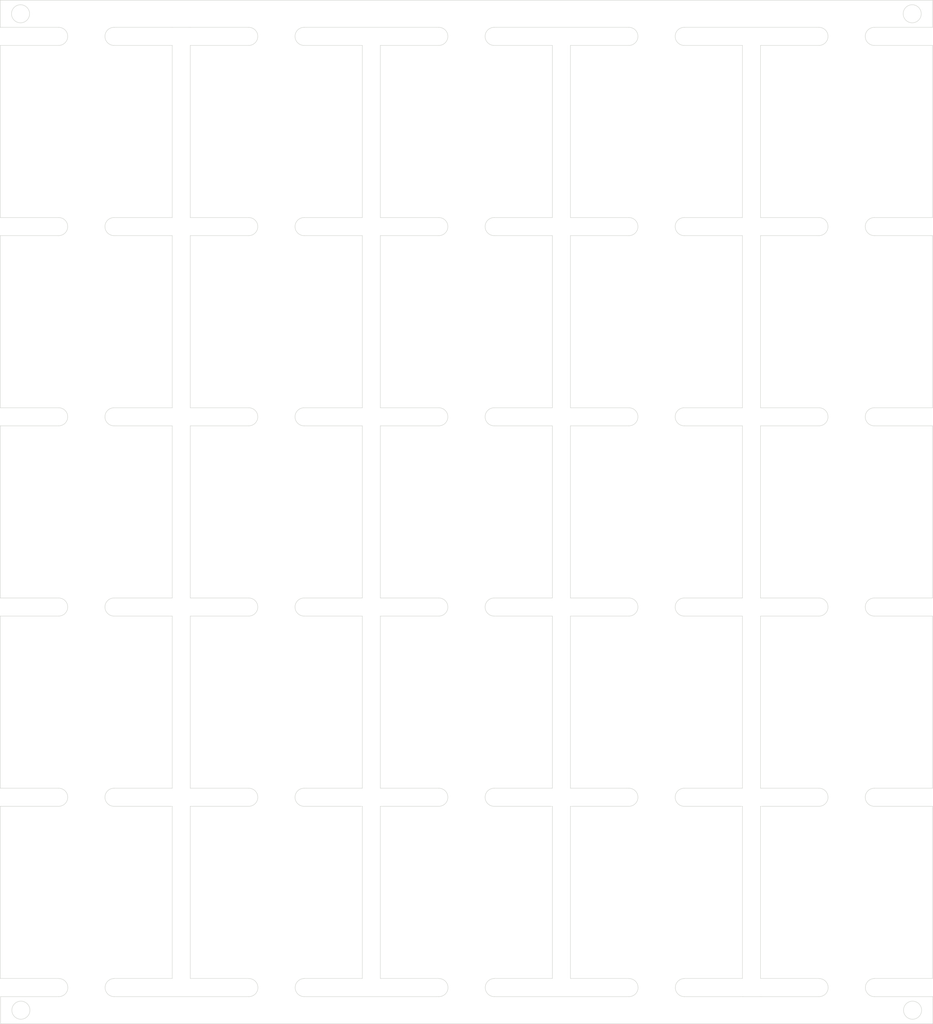
<source format=kicad_pcb>
(kicad_pcb (version 20171130) (host pcbnew "(5.1.9)-1")

  (general
    (thickness 1.6)
    (drawings 236)
    (tracks 0)
    (zones 0)
    (modules 30)
    (nets 1)
  )

  (page A4)
  (layers
    (0 F.Cu signal)
    (31 B.Cu signal)
    (32 B.Adhes user)
    (33 F.Adhes user)
    (34 B.Paste user)
    (35 F.Paste user)
    (36 B.SilkS user)
    (37 F.SilkS user)
    (38 B.Mask user)
    (39 F.Mask user)
    (40 Dwgs.User user)
    (41 Cmts.User user)
    (42 Eco1.User user)
    (43 Eco2.User user)
    (44 Edge.Cuts user)
    (45 Margin user)
    (46 B.CrtYd user)
    (47 F.CrtYd user)
    (48 B.Fab user)
    (49 F.Fab user)
  )

  (setup
    (last_trace_width 0.25)
    (trace_clearance 0.2)
    (zone_clearance 0.508)
    (zone_45_only no)
    (trace_min 0.2)
    (via_size 0.8)
    (via_drill 0.4)
    (via_min_size 0.4)
    (via_min_drill 0.3)
    (uvia_size 0.3)
    (uvia_drill 0.1)
    (uvias_allowed no)
    (uvia_min_size 0.2)
    (uvia_min_drill 0.1)
    (edge_width 0.05)
    (segment_width 0.2)
    (pcb_text_width 0.3)
    (pcb_text_size 1.5 1.5)
    (mod_edge_width 0.12)
    (mod_text_size 1 1)
    (mod_text_width 0.15)
    (pad_size 1.524 1.524)
    (pad_drill 0.762)
    (pad_to_mask_clearance 0)
    (aux_axis_origin 0 0)
    (visible_elements 7FFFFFFF)
    (pcbplotparams
      (layerselection 0x010fc_ffffffff)
      (usegerberextensions false)
      (usegerberattributes true)
      (usegerberadvancedattributes true)
      (creategerberjobfile true)
      (excludeedgelayer true)
      (linewidth 0.100000)
      (plotframeref false)
      (viasonmask false)
      (mode 1)
      (useauxorigin false)
      (hpglpennumber 1)
      (hpglpenspeed 20)
      (hpglpendiameter 15.000000)
      (psnegative false)
      (psa4output false)
      (plotreference true)
      (plotvalue true)
      (plotinvisibletext false)
      (padsonsilk false)
      (subtractmaskfromsilk false)
      (outputformat 1)
      (mirror false)
      (drillshape 1)
      (scaleselection 1)
      (outputdirectory ""))
  )

  (net 0 "")

  (net_class Default "This is the default net class."
    (clearance 0.2)
    (trace_width 0.25)
    (via_dia 0.8)
    (via_drill 0.4)
    (uvia_dia 0.3)
    (uvia_drill 0.1)
  )

  (module poly_kb:mouse-bite-2x5mm-nosilk-slot (layer F.Cu) (tedit 61430BCA) (tstamp 61441F8E)
    (at 137.9398 144.4422)
    (fp_text reference mouse-bite-2mm-slot (at 0 -2) (layer F.SilkS) hide
      (effects (font (size 1 1) (thickness 0.2)))
    )
    (fp_text value VAL** (at 0 2.1) (layer F.SilkS) hide
      (effects (font (size 1 1) (thickness 0.2)))
    )
    (fp_circle (center 4.2545 0) (end 4.3145 0) (layer Dwgs.User) (width 0.05))
    (fp_circle (center -2 0) (end -2 -0.06) (layer Dwgs.User) (width 0.05))
    (pad "" np_thru_hole circle (at 1.5045 -0.75) (size 0.5 0.5) (drill 0.5) (layers *.Cu *.Mask))
    (pad "" np_thru_hole circle (at 3.0045 0.75) (size 0.5 0.5) (drill 0.5) (layers *.Cu *.Mask))
    (pad "" np_thru_hole circle (at 1.5045 0.75) (size 0.5 0.5) (drill 0.5) (layers *.Cu *.Mask))
    (pad "" np_thru_hole circle (at 2.2545 0.75) (size 0.5 0.5) (drill 0.5) (layers *.Cu *.Mask))
    (pad "" np_thru_hole circle (at 2.2545 -0.75) (size 0.5 0.5) (drill 0.5) (layers *.Cu *.Mask))
    (pad "" np_thru_hole circle (at 3.0045 -0.75) (size 0.5 0.5) (drill 0.5) (layers *.Cu *.Mask))
    (pad "" np_thru_hole circle (at 0.75 0.75) (size 0.5 0.5) (drill 0.5) (layers *.Cu *.Mask))
    (pad "" np_thru_hole circle (at -0.75 0.75) (size 0.5 0.5) (drill 0.5) (layers *.Cu *.Mask))
    (pad "" np_thru_hole circle (at -0.75 -0.75) (size 0.5 0.5) (drill 0.5) (layers *.Cu *.Mask))
    (pad "" np_thru_hole circle (at 0.75 -0.75) (size 0.5 0.5) (drill 0.5) (layers *.Cu *.Mask))
    (pad "" np_thru_hole circle (at 0 0.75) (size 0.5 0.5) (drill 0.5) (layers *.Cu *.Mask))
    (pad "" np_thru_hole circle (at 0 -0.75) (size 0.5 0.5) (drill 0.5) (layers *.Cu *.Mask))
  )

  (module poly_kb:mouse-bite-2x5mm-nosilk-slot (layer F.Cu) (tedit 61430BCA) (tstamp 61441F6C)
    (at 116.8898 144.4422)
    (fp_text reference mouse-bite-2mm-slot (at 0 -2) (layer F.SilkS) hide
      (effects (font (size 1 1) (thickness 0.2)))
    )
    (fp_text value VAL** (at 0 2.1) (layer F.SilkS) hide
      (effects (font (size 1 1) (thickness 0.2)))
    )
    (fp_circle (center 4.2545 0) (end 4.3145 0) (layer Dwgs.User) (width 0.05))
    (fp_circle (center -2 0) (end -2 -0.06) (layer Dwgs.User) (width 0.05))
    (pad "" np_thru_hole circle (at 1.5045 -0.75) (size 0.5 0.5) (drill 0.5) (layers *.Cu *.Mask))
    (pad "" np_thru_hole circle (at 3.0045 0.75) (size 0.5 0.5) (drill 0.5) (layers *.Cu *.Mask))
    (pad "" np_thru_hole circle (at 1.5045 0.75) (size 0.5 0.5) (drill 0.5) (layers *.Cu *.Mask))
    (pad "" np_thru_hole circle (at 2.2545 0.75) (size 0.5 0.5) (drill 0.5) (layers *.Cu *.Mask))
    (pad "" np_thru_hole circle (at 2.2545 -0.75) (size 0.5 0.5) (drill 0.5) (layers *.Cu *.Mask))
    (pad "" np_thru_hole circle (at 3.0045 -0.75) (size 0.5 0.5) (drill 0.5) (layers *.Cu *.Mask))
    (pad "" np_thru_hole circle (at 0.75 0.75) (size 0.5 0.5) (drill 0.5) (layers *.Cu *.Mask))
    (pad "" np_thru_hole circle (at -0.75 0.75) (size 0.5 0.5) (drill 0.5) (layers *.Cu *.Mask))
    (pad "" np_thru_hole circle (at -0.75 -0.75) (size 0.5 0.5) (drill 0.5) (layers *.Cu *.Mask))
    (pad "" np_thru_hole circle (at 0.75 -0.75) (size 0.5 0.5) (drill 0.5) (layers *.Cu *.Mask))
    (pad "" np_thru_hole circle (at 0 0.75) (size 0.5 0.5) (drill 0.5) (layers *.Cu *.Mask))
    (pad "" np_thru_hole circle (at 0 -0.75) (size 0.5 0.5) (drill 0.5) (layers *.Cu *.Mask))
  )

  (module poly_kb:mouse-bite-2x5mm-nosilk-slot (layer F.Cu) (tedit 61430BCA) (tstamp 61441F4A)
    (at 95.8398 144.4422)
    (fp_text reference mouse-bite-2mm-slot (at 0 -2) (layer F.SilkS) hide
      (effects (font (size 1 1) (thickness 0.2)))
    )
    (fp_text value VAL** (at 0 2.1) (layer F.SilkS) hide
      (effects (font (size 1 1) (thickness 0.2)))
    )
    (fp_circle (center 4.2545 0) (end 4.3145 0) (layer Dwgs.User) (width 0.05))
    (fp_circle (center -2 0) (end -2 -0.06) (layer Dwgs.User) (width 0.05))
    (pad "" np_thru_hole circle (at 1.5045 -0.75) (size 0.5 0.5) (drill 0.5) (layers *.Cu *.Mask))
    (pad "" np_thru_hole circle (at 3.0045 0.75) (size 0.5 0.5) (drill 0.5) (layers *.Cu *.Mask))
    (pad "" np_thru_hole circle (at 1.5045 0.75) (size 0.5 0.5) (drill 0.5) (layers *.Cu *.Mask))
    (pad "" np_thru_hole circle (at 2.2545 0.75) (size 0.5 0.5) (drill 0.5) (layers *.Cu *.Mask))
    (pad "" np_thru_hole circle (at 2.2545 -0.75) (size 0.5 0.5) (drill 0.5) (layers *.Cu *.Mask))
    (pad "" np_thru_hole circle (at 3.0045 -0.75) (size 0.5 0.5) (drill 0.5) (layers *.Cu *.Mask))
    (pad "" np_thru_hole circle (at 0.75 0.75) (size 0.5 0.5) (drill 0.5) (layers *.Cu *.Mask))
    (pad "" np_thru_hole circle (at -0.75 0.75) (size 0.5 0.5) (drill 0.5) (layers *.Cu *.Mask))
    (pad "" np_thru_hole circle (at -0.75 -0.75) (size 0.5 0.5) (drill 0.5) (layers *.Cu *.Mask))
    (pad "" np_thru_hole circle (at 0.75 -0.75) (size 0.5 0.5) (drill 0.5) (layers *.Cu *.Mask))
    (pad "" np_thru_hole circle (at 0 0.75) (size 0.5 0.5) (drill 0.5) (layers *.Cu *.Mask))
    (pad "" np_thru_hole circle (at 0 -0.75) (size 0.5 0.5) (drill 0.5) (layers *.Cu *.Mask))
  )

  (module poly_kb:mouse-bite-2x5mm-nosilk-slot (layer F.Cu) (tedit 61430BCA) (tstamp 61441F28)
    (at 74.7898 144.4422)
    (fp_text reference mouse-bite-2mm-slot (at 0 -2) (layer F.SilkS) hide
      (effects (font (size 1 1) (thickness 0.2)))
    )
    (fp_text value VAL** (at 0 2.1) (layer F.SilkS) hide
      (effects (font (size 1 1) (thickness 0.2)))
    )
    (fp_circle (center 4.2545 0) (end 4.3145 0) (layer Dwgs.User) (width 0.05))
    (fp_circle (center -2 0) (end -2 -0.06) (layer Dwgs.User) (width 0.05))
    (pad "" np_thru_hole circle (at 1.5045 -0.75) (size 0.5 0.5) (drill 0.5) (layers *.Cu *.Mask))
    (pad "" np_thru_hole circle (at 3.0045 0.75) (size 0.5 0.5) (drill 0.5) (layers *.Cu *.Mask))
    (pad "" np_thru_hole circle (at 1.5045 0.75) (size 0.5 0.5) (drill 0.5) (layers *.Cu *.Mask))
    (pad "" np_thru_hole circle (at 2.2545 0.75) (size 0.5 0.5) (drill 0.5) (layers *.Cu *.Mask))
    (pad "" np_thru_hole circle (at 2.2545 -0.75) (size 0.5 0.5) (drill 0.5) (layers *.Cu *.Mask))
    (pad "" np_thru_hole circle (at 3.0045 -0.75) (size 0.5 0.5) (drill 0.5) (layers *.Cu *.Mask))
    (pad "" np_thru_hole circle (at 0.75 0.75) (size 0.5 0.5) (drill 0.5) (layers *.Cu *.Mask))
    (pad "" np_thru_hole circle (at -0.75 0.75) (size 0.5 0.5) (drill 0.5) (layers *.Cu *.Mask))
    (pad "" np_thru_hole circle (at -0.75 -0.75) (size 0.5 0.5) (drill 0.5) (layers *.Cu *.Mask))
    (pad "" np_thru_hole circle (at 0.75 -0.75) (size 0.5 0.5) (drill 0.5) (layers *.Cu *.Mask))
    (pad "" np_thru_hole circle (at 0 0.75) (size 0.5 0.5) (drill 0.5) (layers *.Cu *.Mask))
    (pad "" np_thru_hole circle (at 0 -0.75) (size 0.5 0.5) (drill 0.5) (layers *.Cu *.Mask))
  )

  (module poly_kb:mouse-bite-2x5mm-nosilk-slot (layer F.Cu) (tedit 61430BCA) (tstamp 61441F06)
    (at 53.7398 144.4422)
    (fp_text reference mouse-bite-2mm-slot (at 0 -2) (layer F.SilkS) hide
      (effects (font (size 1 1) (thickness 0.2)))
    )
    (fp_text value VAL** (at 0 2.1) (layer F.SilkS) hide
      (effects (font (size 1 1) (thickness 0.2)))
    )
    (fp_circle (center 4.2545 0) (end 4.3145 0) (layer Dwgs.User) (width 0.05))
    (fp_circle (center -2 0) (end -2 -0.06) (layer Dwgs.User) (width 0.05))
    (pad "" np_thru_hole circle (at 1.5045 -0.75) (size 0.5 0.5) (drill 0.5) (layers *.Cu *.Mask))
    (pad "" np_thru_hole circle (at 3.0045 0.75) (size 0.5 0.5) (drill 0.5) (layers *.Cu *.Mask))
    (pad "" np_thru_hole circle (at 1.5045 0.75) (size 0.5 0.5) (drill 0.5) (layers *.Cu *.Mask))
    (pad "" np_thru_hole circle (at 2.2545 0.75) (size 0.5 0.5) (drill 0.5) (layers *.Cu *.Mask))
    (pad "" np_thru_hole circle (at 2.2545 -0.75) (size 0.5 0.5) (drill 0.5) (layers *.Cu *.Mask))
    (pad "" np_thru_hole circle (at 3.0045 -0.75) (size 0.5 0.5) (drill 0.5) (layers *.Cu *.Mask))
    (pad "" np_thru_hole circle (at 0.75 0.75) (size 0.5 0.5) (drill 0.5) (layers *.Cu *.Mask))
    (pad "" np_thru_hole circle (at -0.75 0.75) (size 0.5 0.5) (drill 0.5) (layers *.Cu *.Mask))
    (pad "" np_thru_hole circle (at -0.75 -0.75) (size 0.5 0.5) (drill 0.5) (layers *.Cu *.Mask))
    (pad "" np_thru_hole circle (at 0.75 -0.75) (size 0.5 0.5) (drill 0.5) (layers *.Cu *.Mask))
    (pad "" np_thru_hole circle (at 0 0.75) (size 0.5 0.5) (drill 0.5) (layers *.Cu *.Mask))
    (pad "" np_thru_hole circle (at 0 -0.75) (size 0.5 0.5) (drill 0.5) (layers *.Cu *.Mask))
  )

  (module poly_kb:mouse-bite-2x5mm-nosilk-slot (layer F.Cu) (tedit 61430BCA) (tstamp 61441EE4)
    (at 137.9398 123.3922)
    (fp_text reference mouse-bite-2mm-slot (at 0 -2) (layer F.SilkS) hide
      (effects (font (size 1 1) (thickness 0.2)))
    )
    (fp_text value VAL** (at 0 2.1) (layer F.SilkS) hide
      (effects (font (size 1 1) (thickness 0.2)))
    )
    (fp_circle (center 4.2545 0) (end 4.3145 0) (layer Dwgs.User) (width 0.05))
    (fp_circle (center -2 0) (end -2 -0.06) (layer Dwgs.User) (width 0.05))
    (pad "" np_thru_hole circle (at 1.5045 -0.75) (size 0.5 0.5) (drill 0.5) (layers *.Cu *.Mask))
    (pad "" np_thru_hole circle (at 3.0045 0.75) (size 0.5 0.5) (drill 0.5) (layers *.Cu *.Mask))
    (pad "" np_thru_hole circle (at 1.5045 0.75) (size 0.5 0.5) (drill 0.5) (layers *.Cu *.Mask))
    (pad "" np_thru_hole circle (at 2.2545 0.75) (size 0.5 0.5) (drill 0.5) (layers *.Cu *.Mask))
    (pad "" np_thru_hole circle (at 2.2545 -0.75) (size 0.5 0.5) (drill 0.5) (layers *.Cu *.Mask))
    (pad "" np_thru_hole circle (at 3.0045 -0.75) (size 0.5 0.5) (drill 0.5) (layers *.Cu *.Mask))
    (pad "" np_thru_hole circle (at 0.75 0.75) (size 0.5 0.5) (drill 0.5) (layers *.Cu *.Mask))
    (pad "" np_thru_hole circle (at -0.75 0.75) (size 0.5 0.5) (drill 0.5) (layers *.Cu *.Mask))
    (pad "" np_thru_hole circle (at -0.75 -0.75) (size 0.5 0.5) (drill 0.5) (layers *.Cu *.Mask))
    (pad "" np_thru_hole circle (at 0.75 -0.75) (size 0.5 0.5) (drill 0.5) (layers *.Cu *.Mask))
    (pad "" np_thru_hole circle (at 0 0.75) (size 0.5 0.5) (drill 0.5) (layers *.Cu *.Mask))
    (pad "" np_thru_hole circle (at 0 -0.75) (size 0.5 0.5) (drill 0.5) (layers *.Cu *.Mask))
  )

  (module poly_kb:mouse-bite-2x5mm-nosilk-slot (layer F.Cu) (tedit 61430BCA) (tstamp 61441EC2)
    (at 116.8898 123.3922)
    (fp_text reference mouse-bite-2mm-slot (at 0 -2) (layer F.SilkS) hide
      (effects (font (size 1 1) (thickness 0.2)))
    )
    (fp_text value VAL** (at 0 2.1) (layer F.SilkS) hide
      (effects (font (size 1 1) (thickness 0.2)))
    )
    (fp_circle (center 4.2545 0) (end 4.3145 0) (layer Dwgs.User) (width 0.05))
    (fp_circle (center -2 0) (end -2 -0.06) (layer Dwgs.User) (width 0.05))
    (pad "" np_thru_hole circle (at 1.5045 -0.75) (size 0.5 0.5) (drill 0.5) (layers *.Cu *.Mask))
    (pad "" np_thru_hole circle (at 3.0045 0.75) (size 0.5 0.5) (drill 0.5) (layers *.Cu *.Mask))
    (pad "" np_thru_hole circle (at 1.5045 0.75) (size 0.5 0.5) (drill 0.5) (layers *.Cu *.Mask))
    (pad "" np_thru_hole circle (at 2.2545 0.75) (size 0.5 0.5) (drill 0.5) (layers *.Cu *.Mask))
    (pad "" np_thru_hole circle (at 2.2545 -0.75) (size 0.5 0.5) (drill 0.5) (layers *.Cu *.Mask))
    (pad "" np_thru_hole circle (at 3.0045 -0.75) (size 0.5 0.5) (drill 0.5) (layers *.Cu *.Mask))
    (pad "" np_thru_hole circle (at 0.75 0.75) (size 0.5 0.5) (drill 0.5) (layers *.Cu *.Mask))
    (pad "" np_thru_hole circle (at -0.75 0.75) (size 0.5 0.5) (drill 0.5) (layers *.Cu *.Mask))
    (pad "" np_thru_hole circle (at -0.75 -0.75) (size 0.5 0.5) (drill 0.5) (layers *.Cu *.Mask))
    (pad "" np_thru_hole circle (at 0.75 -0.75) (size 0.5 0.5) (drill 0.5) (layers *.Cu *.Mask))
    (pad "" np_thru_hole circle (at 0 0.75) (size 0.5 0.5) (drill 0.5) (layers *.Cu *.Mask))
    (pad "" np_thru_hole circle (at 0 -0.75) (size 0.5 0.5) (drill 0.5) (layers *.Cu *.Mask))
  )

  (module poly_kb:mouse-bite-2x5mm-nosilk-slot (layer F.Cu) (tedit 61430BCA) (tstamp 61441EA0)
    (at 95.8398 123.3922)
    (fp_text reference mouse-bite-2mm-slot (at 0 -2) (layer F.SilkS) hide
      (effects (font (size 1 1) (thickness 0.2)))
    )
    (fp_text value VAL** (at 0 2.1) (layer F.SilkS) hide
      (effects (font (size 1 1) (thickness 0.2)))
    )
    (fp_circle (center 4.2545 0) (end 4.3145 0) (layer Dwgs.User) (width 0.05))
    (fp_circle (center -2 0) (end -2 -0.06) (layer Dwgs.User) (width 0.05))
    (pad "" np_thru_hole circle (at 1.5045 -0.75) (size 0.5 0.5) (drill 0.5) (layers *.Cu *.Mask))
    (pad "" np_thru_hole circle (at 3.0045 0.75) (size 0.5 0.5) (drill 0.5) (layers *.Cu *.Mask))
    (pad "" np_thru_hole circle (at 1.5045 0.75) (size 0.5 0.5) (drill 0.5) (layers *.Cu *.Mask))
    (pad "" np_thru_hole circle (at 2.2545 0.75) (size 0.5 0.5) (drill 0.5) (layers *.Cu *.Mask))
    (pad "" np_thru_hole circle (at 2.2545 -0.75) (size 0.5 0.5) (drill 0.5) (layers *.Cu *.Mask))
    (pad "" np_thru_hole circle (at 3.0045 -0.75) (size 0.5 0.5) (drill 0.5) (layers *.Cu *.Mask))
    (pad "" np_thru_hole circle (at 0.75 0.75) (size 0.5 0.5) (drill 0.5) (layers *.Cu *.Mask))
    (pad "" np_thru_hole circle (at -0.75 0.75) (size 0.5 0.5) (drill 0.5) (layers *.Cu *.Mask))
    (pad "" np_thru_hole circle (at -0.75 -0.75) (size 0.5 0.5) (drill 0.5) (layers *.Cu *.Mask))
    (pad "" np_thru_hole circle (at 0.75 -0.75) (size 0.5 0.5) (drill 0.5) (layers *.Cu *.Mask))
    (pad "" np_thru_hole circle (at 0 0.75) (size 0.5 0.5) (drill 0.5) (layers *.Cu *.Mask))
    (pad "" np_thru_hole circle (at 0 -0.75) (size 0.5 0.5) (drill 0.5) (layers *.Cu *.Mask))
  )

  (module poly_kb:mouse-bite-2x5mm-nosilk-slot (layer F.Cu) (tedit 61430BCA) (tstamp 61441E7E)
    (at 74.7898 123.3922)
    (fp_text reference mouse-bite-2mm-slot (at 0 -2) (layer F.SilkS) hide
      (effects (font (size 1 1) (thickness 0.2)))
    )
    (fp_text value VAL** (at 0 2.1) (layer F.SilkS) hide
      (effects (font (size 1 1) (thickness 0.2)))
    )
    (fp_circle (center 4.2545 0) (end 4.3145 0) (layer Dwgs.User) (width 0.05))
    (fp_circle (center -2 0) (end -2 -0.06) (layer Dwgs.User) (width 0.05))
    (pad "" np_thru_hole circle (at 1.5045 -0.75) (size 0.5 0.5) (drill 0.5) (layers *.Cu *.Mask))
    (pad "" np_thru_hole circle (at 3.0045 0.75) (size 0.5 0.5) (drill 0.5) (layers *.Cu *.Mask))
    (pad "" np_thru_hole circle (at 1.5045 0.75) (size 0.5 0.5) (drill 0.5) (layers *.Cu *.Mask))
    (pad "" np_thru_hole circle (at 2.2545 0.75) (size 0.5 0.5) (drill 0.5) (layers *.Cu *.Mask))
    (pad "" np_thru_hole circle (at 2.2545 -0.75) (size 0.5 0.5) (drill 0.5) (layers *.Cu *.Mask))
    (pad "" np_thru_hole circle (at 3.0045 -0.75) (size 0.5 0.5) (drill 0.5) (layers *.Cu *.Mask))
    (pad "" np_thru_hole circle (at 0.75 0.75) (size 0.5 0.5) (drill 0.5) (layers *.Cu *.Mask))
    (pad "" np_thru_hole circle (at -0.75 0.75) (size 0.5 0.5) (drill 0.5) (layers *.Cu *.Mask))
    (pad "" np_thru_hole circle (at -0.75 -0.75) (size 0.5 0.5) (drill 0.5) (layers *.Cu *.Mask))
    (pad "" np_thru_hole circle (at 0.75 -0.75) (size 0.5 0.5) (drill 0.5) (layers *.Cu *.Mask))
    (pad "" np_thru_hole circle (at 0 0.75) (size 0.5 0.5) (drill 0.5) (layers *.Cu *.Mask))
    (pad "" np_thru_hole circle (at 0 -0.75) (size 0.5 0.5) (drill 0.5) (layers *.Cu *.Mask))
  )

  (module poly_kb:mouse-bite-2x5mm-nosilk-slot (layer F.Cu) (tedit 61430BCA) (tstamp 61441E5C)
    (at 53.7398 123.3922)
    (fp_text reference mouse-bite-2mm-slot (at 0 -2) (layer F.SilkS) hide
      (effects (font (size 1 1) (thickness 0.2)))
    )
    (fp_text value VAL** (at 0 2.1) (layer F.SilkS) hide
      (effects (font (size 1 1) (thickness 0.2)))
    )
    (fp_circle (center 4.2545 0) (end 4.3145 0) (layer Dwgs.User) (width 0.05))
    (fp_circle (center -2 0) (end -2 -0.06) (layer Dwgs.User) (width 0.05))
    (pad "" np_thru_hole circle (at 1.5045 -0.75) (size 0.5 0.5) (drill 0.5) (layers *.Cu *.Mask))
    (pad "" np_thru_hole circle (at 3.0045 0.75) (size 0.5 0.5) (drill 0.5) (layers *.Cu *.Mask))
    (pad "" np_thru_hole circle (at 1.5045 0.75) (size 0.5 0.5) (drill 0.5) (layers *.Cu *.Mask))
    (pad "" np_thru_hole circle (at 2.2545 0.75) (size 0.5 0.5) (drill 0.5) (layers *.Cu *.Mask))
    (pad "" np_thru_hole circle (at 2.2545 -0.75) (size 0.5 0.5) (drill 0.5) (layers *.Cu *.Mask))
    (pad "" np_thru_hole circle (at 3.0045 -0.75) (size 0.5 0.5) (drill 0.5) (layers *.Cu *.Mask))
    (pad "" np_thru_hole circle (at 0.75 0.75) (size 0.5 0.5) (drill 0.5) (layers *.Cu *.Mask))
    (pad "" np_thru_hole circle (at -0.75 0.75) (size 0.5 0.5) (drill 0.5) (layers *.Cu *.Mask))
    (pad "" np_thru_hole circle (at -0.75 -0.75) (size 0.5 0.5) (drill 0.5) (layers *.Cu *.Mask))
    (pad "" np_thru_hole circle (at 0.75 -0.75) (size 0.5 0.5) (drill 0.5) (layers *.Cu *.Mask))
    (pad "" np_thru_hole circle (at 0 0.75) (size 0.5 0.5) (drill 0.5) (layers *.Cu *.Mask))
    (pad "" np_thru_hole circle (at 0 -0.75) (size 0.5 0.5) (drill 0.5) (layers *.Cu *.Mask))
  )

  (module poly_kb:mouse-bite-2x5mm-nosilk-slot (layer F.Cu) (tedit 61430BCA) (tstamp 61441E3A)
    (at 137.9398 102.3422)
    (fp_text reference mouse-bite-2mm-slot (at 0 -2) (layer F.SilkS) hide
      (effects (font (size 1 1) (thickness 0.2)))
    )
    (fp_text value VAL** (at 0 2.1) (layer F.SilkS) hide
      (effects (font (size 1 1) (thickness 0.2)))
    )
    (fp_circle (center 4.2545 0) (end 4.3145 0) (layer Dwgs.User) (width 0.05))
    (fp_circle (center -2 0) (end -2 -0.06) (layer Dwgs.User) (width 0.05))
    (pad "" np_thru_hole circle (at 1.5045 -0.75) (size 0.5 0.5) (drill 0.5) (layers *.Cu *.Mask))
    (pad "" np_thru_hole circle (at 3.0045 0.75) (size 0.5 0.5) (drill 0.5) (layers *.Cu *.Mask))
    (pad "" np_thru_hole circle (at 1.5045 0.75) (size 0.5 0.5) (drill 0.5) (layers *.Cu *.Mask))
    (pad "" np_thru_hole circle (at 2.2545 0.75) (size 0.5 0.5) (drill 0.5) (layers *.Cu *.Mask))
    (pad "" np_thru_hole circle (at 2.2545 -0.75) (size 0.5 0.5) (drill 0.5) (layers *.Cu *.Mask))
    (pad "" np_thru_hole circle (at 3.0045 -0.75) (size 0.5 0.5) (drill 0.5) (layers *.Cu *.Mask))
    (pad "" np_thru_hole circle (at 0.75 0.75) (size 0.5 0.5) (drill 0.5) (layers *.Cu *.Mask))
    (pad "" np_thru_hole circle (at -0.75 0.75) (size 0.5 0.5) (drill 0.5) (layers *.Cu *.Mask))
    (pad "" np_thru_hole circle (at -0.75 -0.75) (size 0.5 0.5) (drill 0.5) (layers *.Cu *.Mask))
    (pad "" np_thru_hole circle (at 0.75 -0.75) (size 0.5 0.5) (drill 0.5) (layers *.Cu *.Mask))
    (pad "" np_thru_hole circle (at 0 0.75) (size 0.5 0.5) (drill 0.5) (layers *.Cu *.Mask))
    (pad "" np_thru_hole circle (at 0 -0.75) (size 0.5 0.5) (drill 0.5) (layers *.Cu *.Mask))
  )

  (module poly_kb:mouse-bite-2x5mm-nosilk-slot (layer F.Cu) (tedit 61430BCA) (tstamp 61441E18)
    (at 116.8898 102.3422)
    (fp_text reference mouse-bite-2mm-slot (at 0 -2) (layer F.SilkS) hide
      (effects (font (size 1 1) (thickness 0.2)))
    )
    (fp_text value VAL** (at 0 2.1) (layer F.SilkS) hide
      (effects (font (size 1 1) (thickness 0.2)))
    )
    (fp_circle (center 4.2545 0) (end 4.3145 0) (layer Dwgs.User) (width 0.05))
    (fp_circle (center -2 0) (end -2 -0.06) (layer Dwgs.User) (width 0.05))
    (pad "" np_thru_hole circle (at 1.5045 -0.75) (size 0.5 0.5) (drill 0.5) (layers *.Cu *.Mask))
    (pad "" np_thru_hole circle (at 3.0045 0.75) (size 0.5 0.5) (drill 0.5) (layers *.Cu *.Mask))
    (pad "" np_thru_hole circle (at 1.5045 0.75) (size 0.5 0.5) (drill 0.5) (layers *.Cu *.Mask))
    (pad "" np_thru_hole circle (at 2.2545 0.75) (size 0.5 0.5) (drill 0.5) (layers *.Cu *.Mask))
    (pad "" np_thru_hole circle (at 2.2545 -0.75) (size 0.5 0.5) (drill 0.5) (layers *.Cu *.Mask))
    (pad "" np_thru_hole circle (at 3.0045 -0.75) (size 0.5 0.5) (drill 0.5) (layers *.Cu *.Mask))
    (pad "" np_thru_hole circle (at 0.75 0.75) (size 0.5 0.5) (drill 0.5) (layers *.Cu *.Mask))
    (pad "" np_thru_hole circle (at -0.75 0.75) (size 0.5 0.5) (drill 0.5) (layers *.Cu *.Mask))
    (pad "" np_thru_hole circle (at -0.75 -0.75) (size 0.5 0.5) (drill 0.5) (layers *.Cu *.Mask))
    (pad "" np_thru_hole circle (at 0.75 -0.75) (size 0.5 0.5) (drill 0.5) (layers *.Cu *.Mask))
    (pad "" np_thru_hole circle (at 0 0.75) (size 0.5 0.5) (drill 0.5) (layers *.Cu *.Mask))
    (pad "" np_thru_hole circle (at 0 -0.75) (size 0.5 0.5) (drill 0.5) (layers *.Cu *.Mask))
  )

  (module poly_kb:mouse-bite-2x5mm-nosilk-slot (layer F.Cu) (tedit 61430BCA) (tstamp 61441DF6)
    (at 95.8398 102.3422)
    (fp_text reference mouse-bite-2mm-slot (at 0 -2) (layer F.SilkS) hide
      (effects (font (size 1 1) (thickness 0.2)))
    )
    (fp_text value VAL** (at 0 2.1) (layer F.SilkS) hide
      (effects (font (size 1 1) (thickness 0.2)))
    )
    (fp_circle (center 4.2545 0) (end 4.3145 0) (layer Dwgs.User) (width 0.05))
    (fp_circle (center -2 0) (end -2 -0.06) (layer Dwgs.User) (width 0.05))
    (pad "" np_thru_hole circle (at 1.5045 -0.75) (size 0.5 0.5) (drill 0.5) (layers *.Cu *.Mask))
    (pad "" np_thru_hole circle (at 3.0045 0.75) (size 0.5 0.5) (drill 0.5) (layers *.Cu *.Mask))
    (pad "" np_thru_hole circle (at 1.5045 0.75) (size 0.5 0.5) (drill 0.5) (layers *.Cu *.Mask))
    (pad "" np_thru_hole circle (at 2.2545 0.75) (size 0.5 0.5) (drill 0.5) (layers *.Cu *.Mask))
    (pad "" np_thru_hole circle (at 2.2545 -0.75) (size 0.5 0.5) (drill 0.5) (layers *.Cu *.Mask))
    (pad "" np_thru_hole circle (at 3.0045 -0.75) (size 0.5 0.5) (drill 0.5) (layers *.Cu *.Mask))
    (pad "" np_thru_hole circle (at 0.75 0.75) (size 0.5 0.5) (drill 0.5) (layers *.Cu *.Mask))
    (pad "" np_thru_hole circle (at -0.75 0.75) (size 0.5 0.5) (drill 0.5) (layers *.Cu *.Mask))
    (pad "" np_thru_hole circle (at -0.75 -0.75) (size 0.5 0.5) (drill 0.5) (layers *.Cu *.Mask))
    (pad "" np_thru_hole circle (at 0.75 -0.75) (size 0.5 0.5) (drill 0.5) (layers *.Cu *.Mask))
    (pad "" np_thru_hole circle (at 0 0.75) (size 0.5 0.5) (drill 0.5) (layers *.Cu *.Mask))
    (pad "" np_thru_hole circle (at 0 -0.75) (size 0.5 0.5) (drill 0.5) (layers *.Cu *.Mask))
  )

  (module poly_kb:mouse-bite-2x5mm-nosilk-slot (layer F.Cu) (tedit 61430BCA) (tstamp 61441DD4)
    (at 74.7898 102.3422)
    (fp_text reference mouse-bite-2mm-slot (at 0 -2) (layer F.SilkS) hide
      (effects (font (size 1 1) (thickness 0.2)))
    )
    (fp_text value VAL** (at 0 2.1) (layer F.SilkS) hide
      (effects (font (size 1 1) (thickness 0.2)))
    )
    (fp_circle (center 4.2545 0) (end 4.3145 0) (layer Dwgs.User) (width 0.05))
    (fp_circle (center -2 0) (end -2 -0.06) (layer Dwgs.User) (width 0.05))
    (pad "" np_thru_hole circle (at 1.5045 -0.75) (size 0.5 0.5) (drill 0.5) (layers *.Cu *.Mask))
    (pad "" np_thru_hole circle (at 3.0045 0.75) (size 0.5 0.5) (drill 0.5) (layers *.Cu *.Mask))
    (pad "" np_thru_hole circle (at 1.5045 0.75) (size 0.5 0.5) (drill 0.5) (layers *.Cu *.Mask))
    (pad "" np_thru_hole circle (at 2.2545 0.75) (size 0.5 0.5) (drill 0.5) (layers *.Cu *.Mask))
    (pad "" np_thru_hole circle (at 2.2545 -0.75) (size 0.5 0.5) (drill 0.5) (layers *.Cu *.Mask))
    (pad "" np_thru_hole circle (at 3.0045 -0.75) (size 0.5 0.5) (drill 0.5) (layers *.Cu *.Mask))
    (pad "" np_thru_hole circle (at 0.75 0.75) (size 0.5 0.5) (drill 0.5) (layers *.Cu *.Mask))
    (pad "" np_thru_hole circle (at -0.75 0.75) (size 0.5 0.5) (drill 0.5) (layers *.Cu *.Mask))
    (pad "" np_thru_hole circle (at -0.75 -0.75) (size 0.5 0.5) (drill 0.5) (layers *.Cu *.Mask))
    (pad "" np_thru_hole circle (at 0.75 -0.75) (size 0.5 0.5) (drill 0.5) (layers *.Cu *.Mask))
    (pad "" np_thru_hole circle (at 0 0.75) (size 0.5 0.5) (drill 0.5) (layers *.Cu *.Mask))
    (pad "" np_thru_hole circle (at 0 -0.75) (size 0.5 0.5) (drill 0.5) (layers *.Cu *.Mask))
  )

  (module poly_kb:mouse-bite-2x5mm-nosilk-slot (layer F.Cu) (tedit 61430BCA) (tstamp 61441DB2)
    (at 53.7398 102.3422)
    (fp_text reference mouse-bite-2mm-slot (at 0 -2) (layer F.SilkS) hide
      (effects (font (size 1 1) (thickness 0.2)))
    )
    (fp_text value VAL** (at 0 2.1) (layer F.SilkS) hide
      (effects (font (size 1 1) (thickness 0.2)))
    )
    (fp_circle (center 4.2545 0) (end 4.3145 0) (layer Dwgs.User) (width 0.05))
    (fp_circle (center -2 0) (end -2 -0.06) (layer Dwgs.User) (width 0.05))
    (pad "" np_thru_hole circle (at 1.5045 -0.75) (size 0.5 0.5) (drill 0.5) (layers *.Cu *.Mask))
    (pad "" np_thru_hole circle (at 3.0045 0.75) (size 0.5 0.5) (drill 0.5) (layers *.Cu *.Mask))
    (pad "" np_thru_hole circle (at 1.5045 0.75) (size 0.5 0.5) (drill 0.5) (layers *.Cu *.Mask))
    (pad "" np_thru_hole circle (at 2.2545 0.75) (size 0.5 0.5) (drill 0.5) (layers *.Cu *.Mask))
    (pad "" np_thru_hole circle (at 2.2545 -0.75) (size 0.5 0.5) (drill 0.5) (layers *.Cu *.Mask))
    (pad "" np_thru_hole circle (at 3.0045 -0.75) (size 0.5 0.5) (drill 0.5) (layers *.Cu *.Mask))
    (pad "" np_thru_hole circle (at 0.75 0.75) (size 0.5 0.5) (drill 0.5) (layers *.Cu *.Mask))
    (pad "" np_thru_hole circle (at -0.75 0.75) (size 0.5 0.5) (drill 0.5) (layers *.Cu *.Mask))
    (pad "" np_thru_hole circle (at -0.75 -0.75) (size 0.5 0.5) (drill 0.5) (layers *.Cu *.Mask))
    (pad "" np_thru_hole circle (at 0.75 -0.75) (size 0.5 0.5) (drill 0.5) (layers *.Cu *.Mask))
    (pad "" np_thru_hole circle (at 0 0.75) (size 0.5 0.5) (drill 0.5) (layers *.Cu *.Mask))
    (pad "" np_thru_hole circle (at 0 -0.75) (size 0.5 0.5) (drill 0.5) (layers *.Cu *.Mask))
  )

  (module poly_kb:mouse-bite-2x5mm-nosilk-slot (layer F.Cu) (tedit 61430BCA) (tstamp 61441D90)
    (at 137.9398 81.2922)
    (fp_text reference mouse-bite-2mm-slot (at 0 -2) (layer F.SilkS) hide
      (effects (font (size 1 1) (thickness 0.2)))
    )
    (fp_text value VAL** (at 0 2.1) (layer F.SilkS) hide
      (effects (font (size 1 1) (thickness 0.2)))
    )
    (fp_circle (center 4.2545 0) (end 4.3145 0) (layer Dwgs.User) (width 0.05))
    (fp_circle (center -2 0) (end -2 -0.06) (layer Dwgs.User) (width 0.05))
    (pad "" np_thru_hole circle (at 1.5045 -0.75) (size 0.5 0.5) (drill 0.5) (layers *.Cu *.Mask))
    (pad "" np_thru_hole circle (at 3.0045 0.75) (size 0.5 0.5) (drill 0.5) (layers *.Cu *.Mask))
    (pad "" np_thru_hole circle (at 1.5045 0.75) (size 0.5 0.5) (drill 0.5) (layers *.Cu *.Mask))
    (pad "" np_thru_hole circle (at 2.2545 0.75) (size 0.5 0.5) (drill 0.5) (layers *.Cu *.Mask))
    (pad "" np_thru_hole circle (at 2.2545 -0.75) (size 0.5 0.5) (drill 0.5) (layers *.Cu *.Mask))
    (pad "" np_thru_hole circle (at 3.0045 -0.75) (size 0.5 0.5) (drill 0.5) (layers *.Cu *.Mask))
    (pad "" np_thru_hole circle (at 0.75 0.75) (size 0.5 0.5) (drill 0.5) (layers *.Cu *.Mask))
    (pad "" np_thru_hole circle (at -0.75 0.75) (size 0.5 0.5) (drill 0.5) (layers *.Cu *.Mask))
    (pad "" np_thru_hole circle (at -0.75 -0.75) (size 0.5 0.5) (drill 0.5) (layers *.Cu *.Mask))
    (pad "" np_thru_hole circle (at 0.75 -0.75) (size 0.5 0.5) (drill 0.5) (layers *.Cu *.Mask))
    (pad "" np_thru_hole circle (at 0 0.75) (size 0.5 0.5) (drill 0.5) (layers *.Cu *.Mask))
    (pad "" np_thru_hole circle (at 0 -0.75) (size 0.5 0.5) (drill 0.5) (layers *.Cu *.Mask))
  )

  (module poly_kb:mouse-bite-2x5mm-nosilk-slot (layer F.Cu) (tedit 61430BCA) (tstamp 61441D6E)
    (at 116.8898 81.2922)
    (fp_text reference mouse-bite-2mm-slot (at 0 -2) (layer F.SilkS) hide
      (effects (font (size 1 1) (thickness 0.2)))
    )
    (fp_text value VAL** (at 0 2.1) (layer F.SilkS) hide
      (effects (font (size 1 1) (thickness 0.2)))
    )
    (fp_circle (center 4.2545 0) (end 4.3145 0) (layer Dwgs.User) (width 0.05))
    (fp_circle (center -2 0) (end -2 -0.06) (layer Dwgs.User) (width 0.05))
    (pad "" np_thru_hole circle (at 1.5045 -0.75) (size 0.5 0.5) (drill 0.5) (layers *.Cu *.Mask))
    (pad "" np_thru_hole circle (at 3.0045 0.75) (size 0.5 0.5) (drill 0.5) (layers *.Cu *.Mask))
    (pad "" np_thru_hole circle (at 1.5045 0.75) (size 0.5 0.5) (drill 0.5) (layers *.Cu *.Mask))
    (pad "" np_thru_hole circle (at 2.2545 0.75) (size 0.5 0.5) (drill 0.5) (layers *.Cu *.Mask))
    (pad "" np_thru_hole circle (at 2.2545 -0.75) (size 0.5 0.5) (drill 0.5) (layers *.Cu *.Mask))
    (pad "" np_thru_hole circle (at 3.0045 -0.75) (size 0.5 0.5) (drill 0.5) (layers *.Cu *.Mask))
    (pad "" np_thru_hole circle (at 0.75 0.75) (size 0.5 0.5) (drill 0.5) (layers *.Cu *.Mask))
    (pad "" np_thru_hole circle (at -0.75 0.75) (size 0.5 0.5) (drill 0.5) (layers *.Cu *.Mask))
    (pad "" np_thru_hole circle (at -0.75 -0.75) (size 0.5 0.5) (drill 0.5) (layers *.Cu *.Mask))
    (pad "" np_thru_hole circle (at 0.75 -0.75) (size 0.5 0.5) (drill 0.5) (layers *.Cu *.Mask))
    (pad "" np_thru_hole circle (at 0 0.75) (size 0.5 0.5) (drill 0.5) (layers *.Cu *.Mask))
    (pad "" np_thru_hole circle (at 0 -0.75) (size 0.5 0.5) (drill 0.5) (layers *.Cu *.Mask))
  )

  (module poly_kb:mouse-bite-2x5mm-nosilk-slot (layer F.Cu) (tedit 61430BCA) (tstamp 61441D4C)
    (at 95.8398 81.2922)
    (fp_text reference mouse-bite-2mm-slot (at 0 -2) (layer F.SilkS) hide
      (effects (font (size 1 1) (thickness 0.2)))
    )
    (fp_text value VAL** (at 0 2.1) (layer F.SilkS) hide
      (effects (font (size 1 1) (thickness 0.2)))
    )
    (fp_circle (center 4.2545 0) (end 4.3145 0) (layer Dwgs.User) (width 0.05))
    (fp_circle (center -2 0) (end -2 -0.06) (layer Dwgs.User) (width 0.05))
    (pad "" np_thru_hole circle (at 1.5045 -0.75) (size 0.5 0.5) (drill 0.5) (layers *.Cu *.Mask))
    (pad "" np_thru_hole circle (at 3.0045 0.75) (size 0.5 0.5) (drill 0.5) (layers *.Cu *.Mask))
    (pad "" np_thru_hole circle (at 1.5045 0.75) (size 0.5 0.5) (drill 0.5) (layers *.Cu *.Mask))
    (pad "" np_thru_hole circle (at 2.2545 0.75) (size 0.5 0.5) (drill 0.5) (layers *.Cu *.Mask))
    (pad "" np_thru_hole circle (at 2.2545 -0.75) (size 0.5 0.5) (drill 0.5) (layers *.Cu *.Mask))
    (pad "" np_thru_hole circle (at 3.0045 -0.75) (size 0.5 0.5) (drill 0.5) (layers *.Cu *.Mask))
    (pad "" np_thru_hole circle (at 0.75 0.75) (size 0.5 0.5) (drill 0.5) (layers *.Cu *.Mask))
    (pad "" np_thru_hole circle (at -0.75 0.75) (size 0.5 0.5) (drill 0.5) (layers *.Cu *.Mask))
    (pad "" np_thru_hole circle (at -0.75 -0.75) (size 0.5 0.5) (drill 0.5) (layers *.Cu *.Mask))
    (pad "" np_thru_hole circle (at 0.75 -0.75) (size 0.5 0.5) (drill 0.5) (layers *.Cu *.Mask))
    (pad "" np_thru_hole circle (at 0 0.75) (size 0.5 0.5) (drill 0.5) (layers *.Cu *.Mask))
    (pad "" np_thru_hole circle (at 0 -0.75) (size 0.5 0.5) (drill 0.5) (layers *.Cu *.Mask))
  )

  (module poly_kb:mouse-bite-2x5mm-nosilk-slot (layer F.Cu) (tedit 61430BCA) (tstamp 61441D2A)
    (at 74.7898 81.2922)
    (fp_text reference mouse-bite-2mm-slot (at 0 -2) (layer F.SilkS) hide
      (effects (font (size 1 1) (thickness 0.2)))
    )
    (fp_text value VAL** (at 0 2.1) (layer F.SilkS) hide
      (effects (font (size 1 1) (thickness 0.2)))
    )
    (fp_circle (center 4.2545 0) (end 4.3145 0) (layer Dwgs.User) (width 0.05))
    (fp_circle (center -2 0) (end -2 -0.06) (layer Dwgs.User) (width 0.05))
    (pad "" np_thru_hole circle (at 1.5045 -0.75) (size 0.5 0.5) (drill 0.5) (layers *.Cu *.Mask))
    (pad "" np_thru_hole circle (at 3.0045 0.75) (size 0.5 0.5) (drill 0.5) (layers *.Cu *.Mask))
    (pad "" np_thru_hole circle (at 1.5045 0.75) (size 0.5 0.5) (drill 0.5) (layers *.Cu *.Mask))
    (pad "" np_thru_hole circle (at 2.2545 0.75) (size 0.5 0.5) (drill 0.5) (layers *.Cu *.Mask))
    (pad "" np_thru_hole circle (at 2.2545 -0.75) (size 0.5 0.5) (drill 0.5) (layers *.Cu *.Mask))
    (pad "" np_thru_hole circle (at 3.0045 -0.75) (size 0.5 0.5) (drill 0.5) (layers *.Cu *.Mask))
    (pad "" np_thru_hole circle (at 0.75 0.75) (size 0.5 0.5) (drill 0.5) (layers *.Cu *.Mask))
    (pad "" np_thru_hole circle (at -0.75 0.75) (size 0.5 0.5) (drill 0.5) (layers *.Cu *.Mask))
    (pad "" np_thru_hole circle (at -0.75 -0.75) (size 0.5 0.5) (drill 0.5) (layers *.Cu *.Mask))
    (pad "" np_thru_hole circle (at 0.75 -0.75) (size 0.5 0.5) (drill 0.5) (layers *.Cu *.Mask))
    (pad "" np_thru_hole circle (at 0 0.75) (size 0.5 0.5) (drill 0.5) (layers *.Cu *.Mask))
    (pad "" np_thru_hole circle (at 0 -0.75) (size 0.5 0.5) (drill 0.5) (layers *.Cu *.Mask))
  )

  (module poly_kb:mouse-bite-2x5mm-nosilk-slot (layer F.Cu) (tedit 61430BCA) (tstamp 61441D08)
    (at 53.7398 81.2922)
    (fp_text reference mouse-bite-2mm-slot (at 0 -2) (layer F.SilkS) hide
      (effects (font (size 1 1) (thickness 0.2)))
    )
    (fp_text value VAL** (at 0 2.1) (layer F.SilkS) hide
      (effects (font (size 1 1) (thickness 0.2)))
    )
    (fp_circle (center 4.2545 0) (end 4.3145 0) (layer Dwgs.User) (width 0.05))
    (fp_circle (center -2 0) (end -2 -0.06) (layer Dwgs.User) (width 0.05))
    (pad "" np_thru_hole circle (at 1.5045 -0.75) (size 0.5 0.5) (drill 0.5) (layers *.Cu *.Mask))
    (pad "" np_thru_hole circle (at 3.0045 0.75) (size 0.5 0.5) (drill 0.5) (layers *.Cu *.Mask))
    (pad "" np_thru_hole circle (at 1.5045 0.75) (size 0.5 0.5) (drill 0.5) (layers *.Cu *.Mask))
    (pad "" np_thru_hole circle (at 2.2545 0.75) (size 0.5 0.5) (drill 0.5) (layers *.Cu *.Mask))
    (pad "" np_thru_hole circle (at 2.2545 -0.75) (size 0.5 0.5) (drill 0.5) (layers *.Cu *.Mask))
    (pad "" np_thru_hole circle (at 3.0045 -0.75) (size 0.5 0.5) (drill 0.5) (layers *.Cu *.Mask))
    (pad "" np_thru_hole circle (at 0.75 0.75) (size 0.5 0.5) (drill 0.5) (layers *.Cu *.Mask))
    (pad "" np_thru_hole circle (at -0.75 0.75) (size 0.5 0.5) (drill 0.5) (layers *.Cu *.Mask))
    (pad "" np_thru_hole circle (at -0.75 -0.75) (size 0.5 0.5) (drill 0.5) (layers *.Cu *.Mask))
    (pad "" np_thru_hole circle (at 0.75 -0.75) (size 0.5 0.5) (drill 0.5) (layers *.Cu *.Mask))
    (pad "" np_thru_hole circle (at 0 0.75) (size 0.5 0.5) (drill 0.5) (layers *.Cu *.Mask))
    (pad "" np_thru_hole circle (at 0 -0.75) (size 0.5 0.5) (drill 0.5) (layers *.Cu *.Mask))
  )

  (module poly_kb:mouse-bite-2x5mm-nosilk-slot (layer F.Cu) (tedit 61430BCA) (tstamp 61441CE6)
    (at 137.9398 60.2422)
    (fp_text reference mouse-bite-2mm-slot (at 0 -2) (layer F.SilkS) hide
      (effects (font (size 1 1) (thickness 0.2)))
    )
    (fp_text value VAL** (at 0 2.1) (layer F.SilkS) hide
      (effects (font (size 1 1) (thickness 0.2)))
    )
    (fp_circle (center 4.2545 0) (end 4.3145 0) (layer Dwgs.User) (width 0.05))
    (fp_circle (center -2 0) (end -2 -0.06) (layer Dwgs.User) (width 0.05))
    (pad "" np_thru_hole circle (at 1.5045 -0.75) (size 0.5 0.5) (drill 0.5) (layers *.Cu *.Mask))
    (pad "" np_thru_hole circle (at 3.0045 0.75) (size 0.5 0.5) (drill 0.5) (layers *.Cu *.Mask))
    (pad "" np_thru_hole circle (at 1.5045 0.75) (size 0.5 0.5) (drill 0.5) (layers *.Cu *.Mask))
    (pad "" np_thru_hole circle (at 2.2545 0.75) (size 0.5 0.5) (drill 0.5) (layers *.Cu *.Mask))
    (pad "" np_thru_hole circle (at 2.2545 -0.75) (size 0.5 0.5) (drill 0.5) (layers *.Cu *.Mask))
    (pad "" np_thru_hole circle (at 3.0045 -0.75) (size 0.5 0.5) (drill 0.5) (layers *.Cu *.Mask))
    (pad "" np_thru_hole circle (at 0.75 0.75) (size 0.5 0.5) (drill 0.5) (layers *.Cu *.Mask))
    (pad "" np_thru_hole circle (at -0.75 0.75) (size 0.5 0.5) (drill 0.5) (layers *.Cu *.Mask))
    (pad "" np_thru_hole circle (at -0.75 -0.75) (size 0.5 0.5) (drill 0.5) (layers *.Cu *.Mask))
    (pad "" np_thru_hole circle (at 0.75 -0.75) (size 0.5 0.5) (drill 0.5) (layers *.Cu *.Mask))
    (pad "" np_thru_hole circle (at 0 0.75) (size 0.5 0.5) (drill 0.5) (layers *.Cu *.Mask))
    (pad "" np_thru_hole circle (at 0 -0.75) (size 0.5 0.5) (drill 0.5) (layers *.Cu *.Mask))
  )

  (module poly_kb:mouse-bite-2x5mm-nosilk-slot (layer F.Cu) (tedit 61430BCA) (tstamp 61441CC4)
    (at 116.8898 60.2422)
    (fp_text reference mouse-bite-2mm-slot (at 0 -2) (layer F.SilkS) hide
      (effects (font (size 1 1) (thickness 0.2)))
    )
    (fp_text value VAL** (at 0 2.1) (layer F.SilkS) hide
      (effects (font (size 1 1) (thickness 0.2)))
    )
    (fp_circle (center 4.2545 0) (end 4.3145 0) (layer Dwgs.User) (width 0.05))
    (fp_circle (center -2 0) (end -2 -0.06) (layer Dwgs.User) (width 0.05))
    (pad "" np_thru_hole circle (at 1.5045 -0.75) (size 0.5 0.5) (drill 0.5) (layers *.Cu *.Mask))
    (pad "" np_thru_hole circle (at 3.0045 0.75) (size 0.5 0.5) (drill 0.5) (layers *.Cu *.Mask))
    (pad "" np_thru_hole circle (at 1.5045 0.75) (size 0.5 0.5) (drill 0.5) (layers *.Cu *.Mask))
    (pad "" np_thru_hole circle (at 2.2545 0.75) (size 0.5 0.5) (drill 0.5) (layers *.Cu *.Mask))
    (pad "" np_thru_hole circle (at 2.2545 -0.75) (size 0.5 0.5) (drill 0.5) (layers *.Cu *.Mask))
    (pad "" np_thru_hole circle (at 3.0045 -0.75) (size 0.5 0.5) (drill 0.5) (layers *.Cu *.Mask))
    (pad "" np_thru_hole circle (at 0.75 0.75) (size 0.5 0.5) (drill 0.5) (layers *.Cu *.Mask))
    (pad "" np_thru_hole circle (at -0.75 0.75) (size 0.5 0.5) (drill 0.5) (layers *.Cu *.Mask))
    (pad "" np_thru_hole circle (at -0.75 -0.75) (size 0.5 0.5) (drill 0.5) (layers *.Cu *.Mask))
    (pad "" np_thru_hole circle (at 0.75 -0.75) (size 0.5 0.5) (drill 0.5) (layers *.Cu *.Mask))
    (pad "" np_thru_hole circle (at 0 0.75) (size 0.5 0.5) (drill 0.5) (layers *.Cu *.Mask))
    (pad "" np_thru_hole circle (at 0 -0.75) (size 0.5 0.5) (drill 0.5) (layers *.Cu *.Mask))
  )

  (module poly_kb:mouse-bite-2x5mm-nosilk-slot (layer F.Cu) (tedit 61430BCA) (tstamp 61441CA2)
    (at 95.8398 60.2422)
    (fp_text reference mouse-bite-2mm-slot (at 0 -2) (layer F.SilkS) hide
      (effects (font (size 1 1) (thickness 0.2)))
    )
    (fp_text value VAL** (at 0 2.1) (layer F.SilkS) hide
      (effects (font (size 1 1) (thickness 0.2)))
    )
    (fp_circle (center 4.2545 0) (end 4.3145 0) (layer Dwgs.User) (width 0.05))
    (fp_circle (center -2 0) (end -2 -0.06) (layer Dwgs.User) (width 0.05))
    (pad "" np_thru_hole circle (at 1.5045 -0.75) (size 0.5 0.5) (drill 0.5) (layers *.Cu *.Mask))
    (pad "" np_thru_hole circle (at 3.0045 0.75) (size 0.5 0.5) (drill 0.5) (layers *.Cu *.Mask))
    (pad "" np_thru_hole circle (at 1.5045 0.75) (size 0.5 0.5) (drill 0.5) (layers *.Cu *.Mask))
    (pad "" np_thru_hole circle (at 2.2545 0.75) (size 0.5 0.5) (drill 0.5) (layers *.Cu *.Mask))
    (pad "" np_thru_hole circle (at 2.2545 -0.75) (size 0.5 0.5) (drill 0.5) (layers *.Cu *.Mask))
    (pad "" np_thru_hole circle (at 3.0045 -0.75) (size 0.5 0.5) (drill 0.5) (layers *.Cu *.Mask))
    (pad "" np_thru_hole circle (at 0.75 0.75) (size 0.5 0.5) (drill 0.5) (layers *.Cu *.Mask))
    (pad "" np_thru_hole circle (at -0.75 0.75) (size 0.5 0.5) (drill 0.5) (layers *.Cu *.Mask))
    (pad "" np_thru_hole circle (at -0.75 -0.75) (size 0.5 0.5) (drill 0.5) (layers *.Cu *.Mask))
    (pad "" np_thru_hole circle (at 0.75 -0.75) (size 0.5 0.5) (drill 0.5) (layers *.Cu *.Mask))
    (pad "" np_thru_hole circle (at 0 0.75) (size 0.5 0.5) (drill 0.5) (layers *.Cu *.Mask))
    (pad "" np_thru_hole circle (at 0 -0.75) (size 0.5 0.5) (drill 0.5) (layers *.Cu *.Mask))
  )

  (module poly_kb:mouse-bite-2x5mm-nosilk-slot (layer F.Cu) (tedit 61430BCA) (tstamp 61441C80)
    (at 74.7898 60.2422)
    (fp_text reference mouse-bite-2mm-slot (at 0 -2) (layer F.SilkS) hide
      (effects (font (size 1 1) (thickness 0.2)))
    )
    (fp_text value VAL** (at 0 2.1) (layer F.SilkS) hide
      (effects (font (size 1 1) (thickness 0.2)))
    )
    (fp_circle (center 4.2545 0) (end 4.3145 0) (layer Dwgs.User) (width 0.05))
    (fp_circle (center -2 0) (end -2 -0.06) (layer Dwgs.User) (width 0.05))
    (pad "" np_thru_hole circle (at 1.5045 -0.75) (size 0.5 0.5) (drill 0.5) (layers *.Cu *.Mask))
    (pad "" np_thru_hole circle (at 3.0045 0.75) (size 0.5 0.5) (drill 0.5) (layers *.Cu *.Mask))
    (pad "" np_thru_hole circle (at 1.5045 0.75) (size 0.5 0.5) (drill 0.5) (layers *.Cu *.Mask))
    (pad "" np_thru_hole circle (at 2.2545 0.75) (size 0.5 0.5) (drill 0.5) (layers *.Cu *.Mask))
    (pad "" np_thru_hole circle (at 2.2545 -0.75) (size 0.5 0.5) (drill 0.5) (layers *.Cu *.Mask))
    (pad "" np_thru_hole circle (at 3.0045 -0.75) (size 0.5 0.5) (drill 0.5) (layers *.Cu *.Mask))
    (pad "" np_thru_hole circle (at 0.75 0.75) (size 0.5 0.5) (drill 0.5) (layers *.Cu *.Mask))
    (pad "" np_thru_hole circle (at -0.75 0.75) (size 0.5 0.5) (drill 0.5) (layers *.Cu *.Mask))
    (pad "" np_thru_hole circle (at -0.75 -0.75) (size 0.5 0.5) (drill 0.5) (layers *.Cu *.Mask))
    (pad "" np_thru_hole circle (at 0.75 -0.75) (size 0.5 0.5) (drill 0.5) (layers *.Cu *.Mask))
    (pad "" np_thru_hole circle (at 0 0.75) (size 0.5 0.5) (drill 0.5) (layers *.Cu *.Mask))
    (pad "" np_thru_hole circle (at 0 -0.75) (size 0.5 0.5) (drill 0.5) (layers *.Cu *.Mask))
  )

  (module poly_kb:mouse-bite-2x5mm-nosilk-slot (layer F.Cu) (tedit 61430BCA) (tstamp 61441C5E)
    (at 53.7398 60.2422)
    (fp_text reference mouse-bite-2mm-slot (at 0 -2) (layer F.SilkS) hide
      (effects (font (size 1 1) (thickness 0.2)))
    )
    (fp_text value VAL** (at 0 2.1) (layer F.SilkS) hide
      (effects (font (size 1 1) (thickness 0.2)))
    )
    (fp_circle (center 4.2545 0) (end 4.3145 0) (layer Dwgs.User) (width 0.05))
    (fp_circle (center -2 0) (end -2 -0.06) (layer Dwgs.User) (width 0.05))
    (pad "" np_thru_hole circle (at 1.5045 -0.75) (size 0.5 0.5) (drill 0.5) (layers *.Cu *.Mask))
    (pad "" np_thru_hole circle (at 3.0045 0.75) (size 0.5 0.5) (drill 0.5) (layers *.Cu *.Mask))
    (pad "" np_thru_hole circle (at 1.5045 0.75) (size 0.5 0.5) (drill 0.5) (layers *.Cu *.Mask))
    (pad "" np_thru_hole circle (at 2.2545 0.75) (size 0.5 0.5) (drill 0.5) (layers *.Cu *.Mask))
    (pad "" np_thru_hole circle (at 2.2545 -0.75) (size 0.5 0.5) (drill 0.5) (layers *.Cu *.Mask))
    (pad "" np_thru_hole circle (at 3.0045 -0.75) (size 0.5 0.5) (drill 0.5) (layers *.Cu *.Mask))
    (pad "" np_thru_hole circle (at 0.75 0.75) (size 0.5 0.5) (drill 0.5) (layers *.Cu *.Mask))
    (pad "" np_thru_hole circle (at -0.75 0.75) (size 0.5 0.5) (drill 0.5) (layers *.Cu *.Mask))
    (pad "" np_thru_hole circle (at -0.75 -0.75) (size 0.5 0.5) (drill 0.5) (layers *.Cu *.Mask))
    (pad "" np_thru_hole circle (at 0.75 -0.75) (size 0.5 0.5) (drill 0.5) (layers *.Cu *.Mask))
    (pad "" np_thru_hole circle (at 0 0.75) (size 0.5 0.5) (drill 0.5) (layers *.Cu *.Mask))
    (pad "" np_thru_hole circle (at 0 -0.75) (size 0.5 0.5) (drill 0.5) (layers *.Cu *.Mask))
  )

  (module poly_kb:mouse-bite-2x5mm-nosilk-slot (layer F.Cu) (tedit 61430BCA) (tstamp 61441C3C)
    (at 137.9398 39.1922)
    (fp_text reference mouse-bite-2mm-slot (at 0 -2) (layer F.SilkS) hide
      (effects (font (size 1 1) (thickness 0.2)))
    )
    (fp_text value VAL** (at 0 2.1) (layer F.SilkS) hide
      (effects (font (size 1 1) (thickness 0.2)))
    )
    (fp_circle (center 4.2545 0) (end 4.3145 0) (layer Dwgs.User) (width 0.05))
    (fp_circle (center -2 0) (end -2 -0.06) (layer Dwgs.User) (width 0.05))
    (pad "" np_thru_hole circle (at 1.5045 -0.75) (size 0.5 0.5) (drill 0.5) (layers *.Cu *.Mask))
    (pad "" np_thru_hole circle (at 3.0045 0.75) (size 0.5 0.5) (drill 0.5) (layers *.Cu *.Mask))
    (pad "" np_thru_hole circle (at 1.5045 0.75) (size 0.5 0.5) (drill 0.5) (layers *.Cu *.Mask))
    (pad "" np_thru_hole circle (at 2.2545 0.75) (size 0.5 0.5) (drill 0.5) (layers *.Cu *.Mask))
    (pad "" np_thru_hole circle (at 2.2545 -0.75) (size 0.5 0.5) (drill 0.5) (layers *.Cu *.Mask))
    (pad "" np_thru_hole circle (at 3.0045 -0.75) (size 0.5 0.5) (drill 0.5) (layers *.Cu *.Mask))
    (pad "" np_thru_hole circle (at 0.75 0.75) (size 0.5 0.5) (drill 0.5) (layers *.Cu *.Mask))
    (pad "" np_thru_hole circle (at -0.75 0.75) (size 0.5 0.5) (drill 0.5) (layers *.Cu *.Mask))
    (pad "" np_thru_hole circle (at -0.75 -0.75) (size 0.5 0.5) (drill 0.5) (layers *.Cu *.Mask))
    (pad "" np_thru_hole circle (at 0.75 -0.75) (size 0.5 0.5) (drill 0.5) (layers *.Cu *.Mask))
    (pad "" np_thru_hole circle (at 0 0.75) (size 0.5 0.5) (drill 0.5) (layers *.Cu *.Mask))
    (pad "" np_thru_hole circle (at 0 -0.75) (size 0.5 0.5) (drill 0.5) (layers *.Cu *.Mask))
  )

  (module poly_kb:mouse-bite-2x5mm-nosilk-slot (layer F.Cu) (tedit 61430BCA) (tstamp 61441C1A)
    (at 116.8898 39.1922)
    (fp_text reference mouse-bite-2mm-slot (at 0 -2) (layer F.SilkS) hide
      (effects (font (size 1 1) (thickness 0.2)))
    )
    (fp_text value VAL** (at 0 2.1) (layer F.SilkS) hide
      (effects (font (size 1 1) (thickness 0.2)))
    )
    (fp_circle (center 4.2545 0) (end 4.3145 0) (layer Dwgs.User) (width 0.05))
    (fp_circle (center -2 0) (end -2 -0.06) (layer Dwgs.User) (width 0.05))
    (pad "" np_thru_hole circle (at 1.5045 -0.75) (size 0.5 0.5) (drill 0.5) (layers *.Cu *.Mask))
    (pad "" np_thru_hole circle (at 3.0045 0.75) (size 0.5 0.5) (drill 0.5) (layers *.Cu *.Mask))
    (pad "" np_thru_hole circle (at 1.5045 0.75) (size 0.5 0.5) (drill 0.5) (layers *.Cu *.Mask))
    (pad "" np_thru_hole circle (at 2.2545 0.75) (size 0.5 0.5) (drill 0.5) (layers *.Cu *.Mask))
    (pad "" np_thru_hole circle (at 2.2545 -0.75) (size 0.5 0.5) (drill 0.5) (layers *.Cu *.Mask))
    (pad "" np_thru_hole circle (at 3.0045 -0.75) (size 0.5 0.5) (drill 0.5) (layers *.Cu *.Mask))
    (pad "" np_thru_hole circle (at 0.75 0.75) (size 0.5 0.5) (drill 0.5) (layers *.Cu *.Mask))
    (pad "" np_thru_hole circle (at -0.75 0.75) (size 0.5 0.5) (drill 0.5) (layers *.Cu *.Mask))
    (pad "" np_thru_hole circle (at -0.75 -0.75) (size 0.5 0.5) (drill 0.5) (layers *.Cu *.Mask))
    (pad "" np_thru_hole circle (at 0.75 -0.75) (size 0.5 0.5) (drill 0.5) (layers *.Cu *.Mask))
    (pad "" np_thru_hole circle (at 0 0.75) (size 0.5 0.5) (drill 0.5) (layers *.Cu *.Mask))
    (pad "" np_thru_hole circle (at 0 -0.75) (size 0.5 0.5) (drill 0.5) (layers *.Cu *.Mask))
  )

  (module poly_kb:mouse-bite-2x5mm-nosilk-slot (layer F.Cu) (tedit 61430BCA) (tstamp 61441BF8)
    (at 95.8398 39.1922)
    (fp_text reference mouse-bite-2mm-slot (at 0 -2) (layer F.SilkS) hide
      (effects (font (size 1 1) (thickness 0.2)))
    )
    (fp_text value VAL** (at 0 2.1) (layer F.SilkS) hide
      (effects (font (size 1 1) (thickness 0.2)))
    )
    (fp_circle (center 4.2545 0) (end 4.3145 0) (layer Dwgs.User) (width 0.05))
    (fp_circle (center -2 0) (end -2 -0.06) (layer Dwgs.User) (width 0.05))
    (pad "" np_thru_hole circle (at 1.5045 -0.75) (size 0.5 0.5) (drill 0.5) (layers *.Cu *.Mask))
    (pad "" np_thru_hole circle (at 3.0045 0.75) (size 0.5 0.5) (drill 0.5) (layers *.Cu *.Mask))
    (pad "" np_thru_hole circle (at 1.5045 0.75) (size 0.5 0.5) (drill 0.5) (layers *.Cu *.Mask))
    (pad "" np_thru_hole circle (at 2.2545 0.75) (size 0.5 0.5) (drill 0.5) (layers *.Cu *.Mask))
    (pad "" np_thru_hole circle (at 2.2545 -0.75) (size 0.5 0.5) (drill 0.5) (layers *.Cu *.Mask))
    (pad "" np_thru_hole circle (at 3.0045 -0.75) (size 0.5 0.5) (drill 0.5) (layers *.Cu *.Mask))
    (pad "" np_thru_hole circle (at 0.75 0.75) (size 0.5 0.5) (drill 0.5) (layers *.Cu *.Mask))
    (pad "" np_thru_hole circle (at -0.75 0.75) (size 0.5 0.5) (drill 0.5) (layers *.Cu *.Mask))
    (pad "" np_thru_hole circle (at -0.75 -0.75) (size 0.5 0.5) (drill 0.5) (layers *.Cu *.Mask))
    (pad "" np_thru_hole circle (at 0.75 -0.75) (size 0.5 0.5) (drill 0.5) (layers *.Cu *.Mask))
    (pad "" np_thru_hole circle (at 0 0.75) (size 0.5 0.5) (drill 0.5) (layers *.Cu *.Mask))
    (pad "" np_thru_hole circle (at 0 -0.75) (size 0.5 0.5) (drill 0.5) (layers *.Cu *.Mask))
  )

  (module poly_kb:mouse-bite-2x5mm-nosilk-slot (layer F.Cu) (tedit 61430BCA) (tstamp 61441BD6)
    (at 74.7898 39.1922)
    (fp_text reference mouse-bite-2mm-slot (at 0 -2) (layer F.SilkS) hide
      (effects (font (size 1 1) (thickness 0.2)))
    )
    (fp_text value VAL** (at 0 2.1) (layer F.SilkS) hide
      (effects (font (size 1 1) (thickness 0.2)))
    )
    (fp_circle (center 4.2545 0) (end 4.3145 0) (layer Dwgs.User) (width 0.05))
    (fp_circle (center -2 0) (end -2 -0.06) (layer Dwgs.User) (width 0.05))
    (pad "" np_thru_hole circle (at 1.5045 -0.75) (size 0.5 0.5) (drill 0.5) (layers *.Cu *.Mask))
    (pad "" np_thru_hole circle (at 3.0045 0.75) (size 0.5 0.5) (drill 0.5) (layers *.Cu *.Mask))
    (pad "" np_thru_hole circle (at 1.5045 0.75) (size 0.5 0.5) (drill 0.5) (layers *.Cu *.Mask))
    (pad "" np_thru_hole circle (at 2.2545 0.75) (size 0.5 0.5) (drill 0.5) (layers *.Cu *.Mask))
    (pad "" np_thru_hole circle (at 2.2545 -0.75) (size 0.5 0.5) (drill 0.5) (layers *.Cu *.Mask))
    (pad "" np_thru_hole circle (at 3.0045 -0.75) (size 0.5 0.5) (drill 0.5) (layers *.Cu *.Mask))
    (pad "" np_thru_hole circle (at 0.75 0.75) (size 0.5 0.5) (drill 0.5) (layers *.Cu *.Mask))
    (pad "" np_thru_hole circle (at -0.75 0.75) (size 0.5 0.5) (drill 0.5) (layers *.Cu *.Mask))
    (pad "" np_thru_hole circle (at -0.75 -0.75) (size 0.5 0.5) (drill 0.5) (layers *.Cu *.Mask))
    (pad "" np_thru_hole circle (at 0.75 -0.75) (size 0.5 0.5) (drill 0.5) (layers *.Cu *.Mask))
    (pad "" np_thru_hole circle (at 0 0.75) (size 0.5 0.5) (drill 0.5) (layers *.Cu *.Mask))
    (pad "" np_thru_hole circle (at 0 -0.75) (size 0.5 0.5) (drill 0.5) (layers *.Cu *.Mask))
  )

  (module poly_kb:mouse-bite-2x5mm-nosilk-slot (layer F.Cu) (tedit 61430BCA) (tstamp 61441A2A)
    (at 53.7398 39.1922)
    (fp_text reference mouse-bite-2mm-slot (at 0 -2) (layer F.SilkS) hide
      (effects (font (size 1 1) (thickness 0.2)))
    )
    (fp_text value VAL** (at 0 2.1) (layer F.SilkS) hide
      (effects (font (size 1 1) (thickness 0.2)))
    )
    (fp_circle (center -2 0) (end -2 -0.06) (layer Dwgs.User) (width 0.05))
    (fp_circle (center 4.2545 0) (end 4.3145 0) (layer Dwgs.User) (width 0.05))
    (pad "" np_thru_hole circle (at 0 -0.75) (size 0.5 0.5) (drill 0.5) (layers *.Cu *.Mask))
    (pad "" np_thru_hole circle (at 0 0.75) (size 0.5 0.5) (drill 0.5) (layers *.Cu *.Mask))
    (pad "" np_thru_hole circle (at 0.75 -0.75) (size 0.5 0.5) (drill 0.5) (layers *.Cu *.Mask))
    (pad "" np_thru_hole circle (at -0.75 -0.75) (size 0.5 0.5) (drill 0.5) (layers *.Cu *.Mask))
    (pad "" np_thru_hole circle (at -0.75 0.75) (size 0.5 0.5) (drill 0.5) (layers *.Cu *.Mask))
    (pad "" np_thru_hole circle (at 0.75 0.75) (size 0.5 0.5) (drill 0.5) (layers *.Cu *.Mask))
    (pad "" np_thru_hole circle (at 3.0045 -0.75) (size 0.5 0.5) (drill 0.5) (layers *.Cu *.Mask))
    (pad "" np_thru_hole circle (at 2.2545 -0.75) (size 0.5 0.5) (drill 0.5) (layers *.Cu *.Mask))
    (pad "" np_thru_hole circle (at 2.2545 0.75) (size 0.5 0.5) (drill 0.5) (layers *.Cu *.Mask))
    (pad "" np_thru_hole circle (at 1.5045 0.75) (size 0.5 0.5) (drill 0.5) (layers *.Cu *.Mask))
    (pad "" np_thru_hole circle (at 3.0045 0.75) (size 0.5 0.5) (drill 0.5) (layers *.Cu *.Mask))
    (pad "" np_thru_hole circle (at 1.5045 -0.75) (size 0.5 0.5) (drill 0.5) (layers *.Cu *.Mask))
  )

  (gr_line (start 45.366 148.4465) (end 148.616 148.4465) (layer Edge.Cuts) (width 0.05) (tstamp 6142FF95))
  (gr_line (start 45.366 145.4465) (end 51.816 145.4465) (layer Edge.Cuts) (width 0.05) (tstamp 6142FF94))
  (gr_line (start 57.941 145.4465) (end 72.866 145.4465) (layer Edge.Cuts) (width 0.05) (tstamp 6142FF93))
  (gr_line (start 78.991 145.4465) (end 93.916 145.4465) (layer Edge.Cuts) (width 0.05) (tstamp 6142FF92))
  (gr_line (start 45.366 145.4465) (end 45.366 148.4465) (layer Edge.Cuts) (width 0.05) (tstamp 6142FF91))
  (gr_circle (center 47.616 146.9465) (end 46.616 146.9465) (layer Edge.Cuts) (width 0.05) (tstamp 6142FF90))
  (gr_line (start 121.091 145.4465) (end 127.566 145.4465) (layer Edge.Cuts) (width 0.05) (tstamp 6142FF8F))
  (gr_line (start 142.141 145.4465) (end 148.616 145.4465) (layer Edge.Cuts) (width 0.05) (tstamp 6142FF8E))
  (gr_line (start 129.566 145.4465) (end 127.566 145.4465) (layer Edge.Cuts) (width 0.05) (tstamp 6142FF8D))
  (gr_line (start 100.041 145.4465) (end 114.966 145.4465) (layer Edge.Cuts) (width 0.05) (tstamp 6142FF8C))
  (gr_line (start 129.566 145.4465) (end 136.016 145.4465) (layer Edge.Cuts) (width 0.05) (tstamp 6142FF8B))
  (gr_line (start 148.616 145.4465) (end 148.616 148.4465) (layer Edge.Cuts) (width 0.05) (tstamp 6142FF8A))
  (gr_circle (center 146.366 146.9465) (end 145.366 146.9465) (layer Edge.Cuts) (width 0.05) (tstamp 6142FF89))
  (gr_line (start 136.0015 38.183) (end 121.0765 38.183) (layer Edge.Cuts) (width 0.05) (tstamp 6142FF85))
  (gr_line (start 114.9515 38.183) (end 100.0265 38.183) (layer Edge.Cuts) (width 0.05) (tstamp 6142FF85))
  (gr_line (start 148.5765 38.183) (end 148.5765 35.183) (layer Edge.Cuts) (width 0.05) (tstamp 6142FF7A))
  (gr_line (start 148.5765 35.183) (end 45.3265 35.183) (layer Edge.Cuts) (width 0.05) (tstamp 6142FF79))
  (gr_line (start 148.5765 38.183) (end 142.1265 38.183) (layer Edge.Cuts) (width 0.05) (tstamp 6142FF78))
  (gr_circle (center 146.3265 36.683) (end 147.3265 36.683) (layer Edge.Cuts) (width 0.05) (tstamp 6142FF77))
  (gr_line (start 148.5765 40.183) (end 148.5765 59.233) (layer Edge.Cuts) (width 0.05) (tstamp 6142FE44))
  (gr_line (start 129.5265 59.233) (end 129.5265 40.183) (layer Edge.Cuts) (width 0.05) (tstamp 6142FE43))
  (gr_line (start 148.5765 143.433) (end 142.1265 143.433) (layer Edge.Cuts) (width 0.05) (tstamp 6142FE41))
  (gr_line (start 148.5765 124.383) (end 142.1265 124.383) (layer Edge.Cuts) (width 0.05) (tstamp 6142FE3A))
  (gr_line (start 136.0015 124.383) (end 129.5265 124.383) (layer Edge.Cuts) (width 0.05) (tstamp 6142FE38))
  (gr_line (start 129.5265 143.433) (end 129.5265 124.383) (layer Edge.Cuts) (width 0.05) (tstamp 6142FE37))
  (gr_line (start 136.0015 143.433) (end 129.5265 143.433) (layer Edge.Cuts) (width 0.05) (tstamp 6142FE36))
  (gr_arc (start 136.0015 123.383) (end 136.0015 124.383) (angle -180) (layer Edge.Cuts) (width 0.05) (tstamp 6142FE34))
  (gr_arc (start 142.1265 123.383) (end 142.1265 122.383) (angle -180) (layer Edge.Cuts) (width 0.05) (tstamp 6142FE32))
  (gr_line (start 148.5765 124.383) (end 148.5765 143.433) (layer Edge.Cuts) (width 0.05) (tstamp 6142FE31))
  (gr_line (start 148.5765 61.233) (end 142.1265 61.233) (layer Edge.Cuts) (width 0.05) (tstamp 6142FE2C))
  (gr_line (start 148.5765 80.283) (end 142.1265 80.283) (layer Edge.Cuts) (width 0.05) (tstamp 6142FE26))
  (gr_arc (start 142.1265 60.233) (end 142.1265 59.233) (angle -180) (layer Edge.Cuts) (width 0.05) (tstamp 6142FE25))
  (gr_line (start 136.0015 61.233) (end 129.5265 61.233) (layer Edge.Cuts) (width 0.05) (tstamp 6142FE24))
  (gr_arc (start 136.0015 60.233) (end 136.0015 61.233) (angle -180) (layer Edge.Cuts) (width 0.05) (tstamp 6142FE22))
  (gr_line (start 136.0015 59.233) (end 129.5265 59.233) (layer Edge.Cuts) (width 0.05) (tstamp 6142FE21))
  (gr_line (start 148.5765 59.233) (end 142.1265 59.233) (layer Edge.Cuts) (width 0.05) (tstamp 6142FE1A))
  (gr_arc (start 142.1265 39.183) (end 142.1265 38.183) (angle -180) (layer Edge.Cuts) (width 0.05) (tstamp 6142FE19))
  (gr_line (start 136.0015 40.183) (end 129.5265 40.183) (layer Edge.Cuts) (width 0.05) (tstamp 6142FE18))
  (gr_arc (start 136.016 144.4465) (end 136.016 145.4465) (angle -180) (layer Edge.Cuts) (width 0.05) (tstamp 6142FE17))
  (gr_arc (start 142.141 144.4465) (end 142.141 143.4465) (angle -180) (layer Edge.Cuts) (width 0.05) (tstamp 6142FE16))
  (gr_arc (start 136.0015 39.183) (end 136.0015 40.183) (angle -180) (layer Edge.Cuts) (width 0.05) (tstamp 6142FE13))
  (gr_line (start 148.5765 40.183) (end 142.1265 40.183) (layer Edge.Cuts) (width 0.05) (tstamp 6142FE12))
  (gr_line (start 148.5765 61.233) (end 148.5765 80.283) (layer Edge.Cuts) (width 0.05) (tstamp 6142FE0A))
  (gr_line (start 129.5265 80.283) (end 129.5265 61.233) (layer Edge.Cuts) (width 0.05) (tstamp 6142FE09))
  (gr_line (start 136.0015 80.283) (end 129.5265 80.283) (layer Edge.Cuts) (width 0.05) (tstamp 6142FE03))
  (gr_line (start 148.5765 82.283) (end 148.5765 101.333) (layer Edge.Cuts) (width 0.05) (tstamp 6142FE01))
  (gr_line (start 136.0015 103.333) (end 129.5265 103.333) (layer Edge.Cuts) (width 0.05) (tstamp 6142FDFC))
  (gr_line (start 148.5765 103.333) (end 148.5765 122.383) (layer Edge.Cuts) (width 0.05) (tstamp 6142FDFA))
  (gr_line (start 136.0015 122.383) (end 129.5265 122.383) (layer Edge.Cuts) (width 0.05) (tstamp 6142FDF9))
  (gr_arc (start 142.1265 102.333) (end 142.1265 101.333) (angle -180) (layer Edge.Cuts) (width 0.05) (tstamp 6142FDF7))
  (gr_arc (start 136.0015 102.333) (end 136.0015 103.333) (angle -180) (layer Edge.Cuts) (width 0.05) (tstamp 6142FDF5))
  (gr_line (start 148.5765 122.383) (end 142.1265 122.383) (layer Edge.Cuts) (width 0.05) (tstamp 6142FDF4))
  (gr_line (start 148.5765 103.333) (end 142.1265 103.333) (layer Edge.Cuts) (width 0.05) (tstamp 6142FDF3))
  (gr_line (start 129.5265 101.333) (end 129.5265 82.283) (layer Edge.Cuts) (width 0.05) (tstamp 6142FDF2))
  (gr_line (start 129.5265 122.383) (end 129.5265 103.333) (layer Edge.Cuts) (width 0.05) (tstamp 6142FDEF))
  (gr_arc (start 142.1265 81.283) (end 142.1265 80.283) (angle -180) (layer Edge.Cuts) (width 0.05) (tstamp 6142FDEC))
  (gr_line (start 148.5765 82.283) (end 142.1265 82.283) (layer Edge.Cuts) (width 0.05) (tstamp 6142FDE8))
  (gr_line (start 148.5765 101.333) (end 142.1265 101.333) (layer Edge.Cuts) (width 0.05) (tstamp 6142FDE7))
  (gr_arc (start 136.0015 81.283) (end 136.0015 82.283) (angle -180) (layer Edge.Cuts) (width 0.05) (tstamp 6142FDE6))
  (gr_line (start 136.0015 101.333) (end 129.5265 101.333) (layer Edge.Cuts) (width 0.05) (tstamp 6142FDE4))
  (gr_line (start 136.0015 82.283) (end 129.5265 82.283) (layer Edge.Cuts) (width 0.05) (tstamp 6142FDE2))
  (gr_line (start 127.5265 40.183) (end 127.5265 59.233) (layer Edge.Cuts) (width 0.05) (tstamp 6142FE44))
  (gr_line (start 108.4765 59.233) (end 108.4765 40.183) (layer Edge.Cuts) (width 0.05) (tstamp 6142FE43))
  (gr_line (start 127.5265 143.433) (end 121.0765 143.433) (layer Edge.Cuts) (width 0.05) (tstamp 6142FE41))
  (gr_line (start 127.5265 124.383) (end 121.0765 124.383) (layer Edge.Cuts) (width 0.05) (tstamp 6142FE3A))
  (gr_line (start 114.9515 124.383) (end 108.4765 124.383) (layer Edge.Cuts) (width 0.05) (tstamp 6142FE38))
  (gr_line (start 108.4765 143.433) (end 108.4765 124.383) (layer Edge.Cuts) (width 0.05) (tstamp 6142FE37))
  (gr_line (start 114.9515 143.433) (end 108.4765 143.433) (layer Edge.Cuts) (width 0.05) (tstamp 6142FE36))
  (gr_arc (start 114.9515 123.383) (end 114.9515 124.383) (angle -180) (layer Edge.Cuts) (width 0.05) (tstamp 6142FE34))
  (gr_arc (start 121.0765 123.383) (end 121.0765 122.383) (angle -180) (layer Edge.Cuts) (width 0.05) (tstamp 6142FE32))
  (gr_line (start 127.5265 124.383) (end 127.5265 143.433) (layer Edge.Cuts) (width 0.05) (tstamp 6142FE31))
  (gr_line (start 127.5265 61.233) (end 121.0765 61.233) (layer Edge.Cuts) (width 0.05) (tstamp 6142FE2C))
  (gr_line (start 127.5265 80.283) (end 121.0765 80.283) (layer Edge.Cuts) (width 0.05) (tstamp 6142FE26))
  (gr_arc (start 121.0765 60.233) (end 121.0765 59.233) (angle -180) (layer Edge.Cuts) (width 0.05) (tstamp 6142FE25))
  (gr_line (start 114.9515 61.233) (end 108.4765 61.233) (layer Edge.Cuts) (width 0.05) (tstamp 6142FE24))
  (gr_arc (start 114.9515 60.233) (end 114.9515 61.233) (angle -180) (layer Edge.Cuts) (width 0.05) (tstamp 6142FE22))
  (gr_line (start 114.9515 59.233) (end 108.4765 59.233) (layer Edge.Cuts) (width 0.05) (tstamp 6142FE21))
  (gr_line (start 127.5265 59.233) (end 121.0765 59.233) (layer Edge.Cuts) (width 0.05) (tstamp 6142FE1A))
  (gr_arc (start 121.0765 39.183) (end 121.0765 38.183) (angle -180) (layer Edge.Cuts) (width 0.05) (tstamp 6142FE19))
  (gr_line (start 114.9515 40.183) (end 108.4765 40.183) (layer Edge.Cuts) (width 0.05) (tstamp 6142FE18))
  (gr_arc (start 114.966 144.4465) (end 114.966 145.4465) (angle -180) (layer Edge.Cuts) (width 0.05) (tstamp 6142FE17))
  (gr_arc (start 121.091 144.4465) (end 121.091 143.4465) (angle -180) (layer Edge.Cuts) (width 0.05) (tstamp 6142FE16))
  (gr_arc (start 114.9515 39.183) (end 114.9515 40.183) (angle -180) (layer Edge.Cuts) (width 0.05) (tstamp 6142FE13))
  (gr_line (start 127.5265 40.183) (end 121.0765 40.183) (layer Edge.Cuts) (width 0.05) (tstamp 6142FE12))
  (gr_line (start 127.5265 61.233) (end 127.5265 80.283) (layer Edge.Cuts) (width 0.05) (tstamp 6142FE0A))
  (gr_line (start 108.4765 80.283) (end 108.4765 61.233) (layer Edge.Cuts) (width 0.05) (tstamp 6142FE09))
  (gr_line (start 114.9515 80.283) (end 108.4765 80.283) (layer Edge.Cuts) (width 0.05) (tstamp 6142FE03))
  (gr_line (start 127.5265 82.283) (end 127.5265 101.333) (layer Edge.Cuts) (width 0.05) (tstamp 6142FE01))
  (gr_line (start 114.9515 103.333) (end 108.4765 103.333) (layer Edge.Cuts) (width 0.05) (tstamp 6142FDFC))
  (gr_line (start 127.5265 103.333) (end 127.5265 122.383) (layer Edge.Cuts) (width 0.05) (tstamp 6142FDFA))
  (gr_line (start 114.9515 122.383) (end 108.4765 122.383) (layer Edge.Cuts) (width 0.05) (tstamp 6142FDF9))
  (gr_arc (start 121.0765 102.333) (end 121.0765 101.333) (angle -180) (layer Edge.Cuts) (width 0.05) (tstamp 6142FDF7))
  (gr_arc (start 114.9515 102.333) (end 114.9515 103.333) (angle -180) (layer Edge.Cuts) (width 0.05) (tstamp 6142FDF5))
  (gr_line (start 127.5265 122.383) (end 121.0765 122.383) (layer Edge.Cuts) (width 0.05) (tstamp 6142FDF4))
  (gr_line (start 127.5265 103.333) (end 121.0765 103.333) (layer Edge.Cuts) (width 0.05) (tstamp 6142FDF3))
  (gr_line (start 108.4765 101.333) (end 108.4765 82.283) (layer Edge.Cuts) (width 0.05) (tstamp 6142FDF2))
  (gr_line (start 108.4765 122.383) (end 108.4765 103.333) (layer Edge.Cuts) (width 0.05) (tstamp 6142FDEF))
  (gr_arc (start 121.0765 81.283) (end 121.0765 80.283) (angle -180) (layer Edge.Cuts) (width 0.05) (tstamp 6142FDEC))
  (gr_line (start 127.5265 82.283) (end 121.0765 82.283) (layer Edge.Cuts) (width 0.05) (tstamp 6142FDE8))
  (gr_line (start 127.5265 101.333) (end 121.0765 101.333) (layer Edge.Cuts) (width 0.05) (tstamp 6142FDE7))
  (gr_arc (start 114.9515 81.283) (end 114.9515 82.283) (angle -180) (layer Edge.Cuts) (width 0.05) (tstamp 6142FDE6))
  (gr_line (start 114.9515 101.333) (end 108.4765 101.333) (layer Edge.Cuts) (width 0.05) (tstamp 6142FDE4))
  (gr_line (start 114.9515 82.283) (end 108.4765 82.283) (layer Edge.Cuts) (width 0.05) (tstamp 6142FDE2))
  (gr_line (start 106.4765 40.183) (end 106.4765 59.233) (layer Edge.Cuts) (width 0.05) (tstamp 6142FE44))
  (gr_line (start 87.4265 59.233) (end 87.4265 40.183) (layer Edge.Cuts) (width 0.05) (tstamp 6142FE43))
  (gr_line (start 106.4765 143.433) (end 100.0265 143.433) (layer Edge.Cuts) (width 0.05) (tstamp 6142FE41))
  (gr_line (start 106.4765 124.383) (end 100.0265 124.383) (layer Edge.Cuts) (width 0.05) (tstamp 6142FE3A))
  (gr_line (start 93.9015 124.383) (end 87.4265 124.383) (layer Edge.Cuts) (width 0.05) (tstamp 6142FE38))
  (gr_line (start 87.4265 143.433) (end 87.4265 124.383) (layer Edge.Cuts) (width 0.05) (tstamp 6142FE37))
  (gr_line (start 93.9015 143.433) (end 87.4265 143.433) (layer Edge.Cuts) (width 0.05) (tstamp 6142FE36))
  (gr_arc (start 93.9015 123.383) (end 93.9015 124.383) (angle -180) (layer Edge.Cuts) (width 0.05) (tstamp 6142FE34))
  (gr_arc (start 100.0265 123.383) (end 100.0265 122.383) (angle -180) (layer Edge.Cuts) (width 0.05) (tstamp 6142FE32))
  (gr_line (start 106.4765 124.383) (end 106.4765 143.433) (layer Edge.Cuts) (width 0.05) (tstamp 6142FE31))
  (gr_line (start 106.4765 61.233) (end 100.0265 61.233) (layer Edge.Cuts) (width 0.05) (tstamp 6142FE2C))
  (gr_line (start 106.4765 80.283) (end 100.0265 80.283) (layer Edge.Cuts) (width 0.05) (tstamp 6142FE26))
  (gr_arc (start 100.0265 60.233) (end 100.0265 59.233) (angle -180) (layer Edge.Cuts) (width 0.05) (tstamp 6142FE25))
  (gr_line (start 93.9015 61.233) (end 87.4265 61.233) (layer Edge.Cuts) (width 0.05) (tstamp 6142FE24))
  (gr_arc (start 93.9015 60.233) (end 93.9015 61.233) (angle -180) (layer Edge.Cuts) (width 0.05) (tstamp 6142FE22))
  (gr_line (start 93.9015 59.233) (end 87.4265 59.233) (layer Edge.Cuts) (width 0.05) (tstamp 6142FE21))
  (gr_line (start 106.4765 59.233) (end 100.0265 59.233) (layer Edge.Cuts) (width 0.05) (tstamp 6142FE1A))
  (gr_arc (start 100.0265 39.183) (end 100.0265 38.183) (angle -180) (layer Edge.Cuts) (width 0.05) (tstamp 6142FE19))
  (gr_line (start 93.9015 40.183) (end 87.4265 40.183) (layer Edge.Cuts) (width 0.05) (tstamp 6142FE18))
  (gr_arc (start 93.916 144.4465) (end 93.916 145.4465) (angle -180) (layer Edge.Cuts) (width 0.05) (tstamp 6142FE17))
  (gr_arc (start 100.041 144.4465) (end 100.041 143.4465) (angle -180) (layer Edge.Cuts) (width 0.05) (tstamp 6142FE16))
  (gr_arc (start 93.9015 39.183) (end 93.9015 40.183) (angle -180) (layer Edge.Cuts) (width 0.05) (tstamp 6142FE13))
  (gr_line (start 106.4765 40.183) (end 100.0265 40.183) (layer Edge.Cuts) (width 0.05) (tstamp 6142FE12))
  (gr_line (start 106.4765 61.233) (end 106.4765 80.283) (layer Edge.Cuts) (width 0.05) (tstamp 6142FE0A))
  (gr_line (start 87.4265 80.283) (end 87.4265 61.233) (layer Edge.Cuts) (width 0.05) (tstamp 6142FE09))
  (gr_line (start 93.9015 80.283) (end 87.4265 80.283) (layer Edge.Cuts) (width 0.05) (tstamp 6142FE03))
  (gr_line (start 106.4765 82.283) (end 106.4765 101.333) (layer Edge.Cuts) (width 0.05) (tstamp 6142FE01))
  (gr_line (start 93.9015 103.333) (end 87.4265 103.333) (layer Edge.Cuts) (width 0.05) (tstamp 6142FDFC))
  (gr_line (start 106.4765 103.333) (end 106.4765 122.383) (layer Edge.Cuts) (width 0.05) (tstamp 6142FDFA))
  (gr_line (start 93.9015 122.383) (end 87.4265 122.383) (layer Edge.Cuts) (width 0.05) (tstamp 6142FDF9))
  (gr_arc (start 100.0265 102.333) (end 100.0265 101.333) (angle -180) (layer Edge.Cuts) (width 0.05) (tstamp 6142FDF7))
  (gr_arc (start 93.9015 102.333) (end 93.9015 103.333) (angle -180) (layer Edge.Cuts) (width 0.05) (tstamp 6142FDF5))
  (gr_line (start 106.4765 122.383) (end 100.0265 122.383) (layer Edge.Cuts) (width 0.05) (tstamp 6142FDF4))
  (gr_line (start 106.4765 103.333) (end 100.0265 103.333) (layer Edge.Cuts) (width 0.05) (tstamp 6142FDF3))
  (gr_line (start 87.4265 101.333) (end 87.4265 82.283) (layer Edge.Cuts) (width 0.05) (tstamp 6142FDF2))
  (gr_line (start 87.4265 122.383) (end 87.4265 103.333) (layer Edge.Cuts) (width 0.05) (tstamp 6142FDEF))
  (gr_arc (start 100.0265 81.283) (end 100.0265 80.283) (angle -180) (layer Edge.Cuts) (width 0.05) (tstamp 6142FDEC))
  (gr_line (start 106.4765 82.283) (end 100.0265 82.283) (layer Edge.Cuts) (width 0.05) (tstamp 6142FDE8))
  (gr_line (start 106.4765 101.333) (end 100.0265 101.333) (layer Edge.Cuts) (width 0.05) (tstamp 6142FDE7))
  (gr_arc (start 93.9015 81.283) (end 93.9015 82.283) (angle -180) (layer Edge.Cuts) (width 0.05) (tstamp 6142FDE6))
  (gr_line (start 93.9015 101.333) (end 87.4265 101.333) (layer Edge.Cuts) (width 0.05) (tstamp 6142FDE4))
  (gr_line (start 93.9015 82.283) (end 87.4265 82.283) (layer Edge.Cuts) (width 0.05) (tstamp 6142FDE2))
  (gr_arc (start 57.941 144.4465) (end 57.941 143.4465) (angle -180) (layer Edge.Cuts) (width 0.05) (tstamp 6142FDC6))
  (gr_arc (start 72.866 144.4465) (end 72.866 145.4465) (angle -180) (layer Edge.Cuts) (width 0.05) (tstamp 6142FDC5))
  (gr_arc (start 78.991 144.4465) (end 78.991 143.4465) (angle -180) (layer Edge.Cuts) (width 0.05) (tstamp 6142FDC4))
  (gr_arc (start 51.816 144.4465) (end 51.816 145.4465) (angle -180) (layer Edge.Cuts) (width 0.05) (tstamp 6142FDC3))
  (gr_line (start 64.3765 124.383) (end 64.3765 143.433) (layer Edge.Cuts) (width 0.05) (tstamp 6142FD0E))
  (gr_line (start 85.4265 124.383) (end 85.4265 143.433) (layer Edge.Cuts) (width 0.05) (tstamp 6142FD0D))
  (gr_line (start 66.3765 143.433) (end 66.3765 124.383) (layer Edge.Cuts) (width 0.05) (tstamp 6142FD0C))
  (gr_line (start 45.3265 143.433) (end 45.3265 124.383) (layer Edge.Cuts) (width 0.05) (tstamp 6142FD0B))
  (gr_line (start 72.8515 143.433) (end 66.3765 143.433) (layer Edge.Cuts) (width 0.05) (tstamp 6142FD0A))
  (gr_line (start 85.4265 143.433) (end 78.9765 143.433) (layer Edge.Cuts) (width 0.05) (tstamp 6142FD03))
  (gr_arc (start 78.9765 123.383) (end 78.9765 122.383) (angle -180) (layer Edge.Cuts) (width 0.05) (tstamp 6142FD02))
  (gr_line (start 72.8515 124.383) (end 66.3765 124.383) (layer Edge.Cuts) (width 0.05) (tstamp 6142FD01))
  (gr_arc (start 57.9265 123.383) (end 57.9265 122.383) (angle -180) (layer Edge.Cuts) (width 0.05) (tstamp 6142FCFF))
  (gr_line (start 64.3765 124.383) (end 57.9265 124.383) (layer Edge.Cuts) (width 0.05) (tstamp 6142FCFE))
  (gr_line (start 64.3765 143.433) (end 57.9265 143.433) (layer Edge.Cuts) (width 0.05) (tstamp 6142FCFD))
  (gr_arc (start 72.8515 123.383) (end 72.8515 124.383) (angle -180) (layer Edge.Cuts) (width 0.05) (tstamp 6142FCF7))
  (gr_line (start 85.4265 124.383) (end 78.9765 124.383) (layer Edge.Cuts) (width 0.05) (tstamp 6142FCF6))
  (gr_line (start 51.8015 143.433) (end 45.3265 143.433) (layer Edge.Cuts) (width 0.05) (tstamp 6142FCF5))
  (gr_line (start 51.8015 124.383) (end 45.3265 124.383) (layer Edge.Cuts) (width 0.05) (tstamp 6142FCF3))
  (gr_arc (start 51.8015 123.383) (end 51.8015 124.383) (angle -180) (layer Edge.Cuts) (width 0.05) (tstamp 6142FCEF))
  (gr_line (start 64.3765 103.333) (end 64.3765 122.383) (layer Edge.Cuts) (width 0.05) (tstamp 6142FD0E))
  (gr_line (start 85.4265 103.333) (end 85.4265 122.383) (layer Edge.Cuts) (width 0.05) (tstamp 6142FD0D))
  (gr_line (start 66.3765 122.383) (end 66.3765 103.333) (layer Edge.Cuts) (width 0.05) (tstamp 6142FD0C))
  (gr_line (start 45.3265 122.383) (end 45.3265 103.333) (layer Edge.Cuts) (width 0.05) (tstamp 6142FD0B))
  (gr_line (start 72.8515 122.383) (end 66.3765 122.383) (layer Edge.Cuts) (width 0.05) (tstamp 6142FD0A))
  (gr_line (start 85.4265 122.383) (end 78.9765 122.383) (layer Edge.Cuts) (width 0.05) (tstamp 6142FD03))
  (gr_arc (start 78.9765 102.333) (end 78.9765 101.333) (angle -180) (layer Edge.Cuts) (width 0.05) (tstamp 6142FD02))
  (gr_line (start 72.8515 103.333) (end 66.3765 103.333) (layer Edge.Cuts) (width 0.05) (tstamp 6142FD01))
  (gr_arc (start 57.9265 102.333) (end 57.9265 101.333) (angle -180) (layer Edge.Cuts) (width 0.05) (tstamp 6142FCFF))
  (gr_line (start 64.3765 103.333) (end 57.9265 103.333) (layer Edge.Cuts) (width 0.05) (tstamp 6142FCFE))
  (gr_line (start 64.3765 122.383) (end 57.9265 122.383) (layer Edge.Cuts) (width 0.05) (tstamp 6142FCFD))
  (gr_arc (start 72.8515 102.333) (end 72.8515 103.333) (angle -180) (layer Edge.Cuts) (width 0.05) (tstamp 6142FCF7))
  (gr_line (start 85.4265 103.333) (end 78.9765 103.333) (layer Edge.Cuts) (width 0.05) (tstamp 6142FCF6))
  (gr_line (start 51.8015 122.383) (end 45.3265 122.383) (layer Edge.Cuts) (width 0.05) (tstamp 6142FCF5))
  (gr_line (start 51.8015 103.333) (end 45.3265 103.333) (layer Edge.Cuts) (width 0.05) (tstamp 6142FCF3))
  (gr_arc (start 51.8015 102.333) (end 51.8015 103.333) (angle -180) (layer Edge.Cuts) (width 0.05) (tstamp 6142FCEF))
  (gr_line (start 64.3765 82.283) (end 64.3765 101.333) (layer Edge.Cuts) (width 0.05) (tstamp 6142FD0E))
  (gr_line (start 85.4265 82.283) (end 85.4265 101.333) (layer Edge.Cuts) (width 0.05) (tstamp 6142FD0D))
  (gr_line (start 66.3765 101.333) (end 66.3765 82.283) (layer Edge.Cuts) (width 0.05) (tstamp 6142FD0C))
  (gr_line (start 45.3265 101.333) (end 45.3265 82.283) (layer Edge.Cuts) (width 0.05) (tstamp 6142FD0B))
  (gr_line (start 72.8515 101.333) (end 66.3765 101.333) (layer Edge.Cuts) (width 0.05) (tstamp 6142FD0A))
  (gr_line (start 85.4265 101.333) (end 78.9765 101.333) (layer Edge.Cuts) (width 0.05) (tstamp 6142FD03))
  (gr_arc (start 78.9765 81.283) (end 78.9765 80.283) (angle -180) (layer Edge.Cuts) (width 0.05) (tstamp 6142FD02))
  (gr_line (start 72.8515 82.283) (end 66.3765 82.283) (layer Edge.Cuts) (width 0.05) (tstamp 6142FD01))
  (gr_arc (start 57.9265 81.283) (end 57.9265 80.283) (angle -180) (layer Edge.Cuts) (width 0.05) (tstamp 6142FCFF))
  (gr_line (start 64.3765 82.283) (end 57.9265 82.283) (layer Edge.Cuts) (width 0.05) (tstamp 6142FCFE))
  (gr_line (start 64.3765 101.333) (end 57.9265 101.333) (layer Edge.Cuts) (width 0.05) (tstamp 6142FCFD))
  (gr_arc (start 72.8515 81.283) (end 72.8515 82.283) (angle -180) (layer Edge.Cuts) (width 0.05) (tstamp 6142FCF7))
  (gr_line (start 85.4265 82.283) (end 78.9765 82.283) (layer Edge.Cuts) (width 0.05) (tstamp 6142FCF6))
  (gr_line (start 51.8015 101.333) (end 45.3265 101.333) (layer Edge.Cuts) (width 0.05) (tstamp 6142FCF5))
  (gr_line (start 51.8015 82.283) (end 45.3265 82.283) (layer Edge.Cuts) (width 0.05) (tstamp 6142FCF3))
  (gr_arc (start 51.8015 81.283) (end 51.8015 82.283) (angle -180) (layer Edge.Cuts) (width 0.05) (tstamp 6142FCEF))
  (gr_line (start 64.3765 61.233) (end 64.3765 80.283) (layer Edge.Cuts) (width 0.05) (tstamp 6142FD0E))
  (gr_line (start 85.4265 61.233) (end 85.4265 80.283) (layer Edge.Cuts) (width 0.05) (tstamp 6142FD0D))
  (gr_line (start 66.3765 80.283) (end 66.3765 61.233) (layer Edge.Cuts) (width 0.05) (tstamp 6142FD0C))
  (gr_line (start 45.3265 80.283) (end 45.3265 61.233) (layer Edge.Cuts) (width 0.05) (tstamp 6142FD0B))
  (gr_line (start 72.8515 80.283) (end 66.3765 80.283) (layer Edge.Cuts) (width 0.05) (tstamp 6142FD0A))
  (gr_line (start 85.4265 80.283) (end 78.9765 80.283) (layer Edge.Cuts) (width 0.05) (tstamp 6142FD03))
  (gr_arc (start 78.9765 60.233) (end 78.9765 59.233) (angle -180) (layer Edge.Cuts) (width 0.05) (tstamp 6142FD02))
  (gr_line (start 72.8515 61.233) (end 66.3765 61.233) (layer Edge.Cuts) (width 0.05) (tstamp 6142FD01))
  (gr_arc (start 57.9265 60.233) (end 57.9265 59.233) (angle -180) (layer Edge.Cuts) (width 0.05) (tstamp 6142FCFF))
  (gr_line (start 64.3765 61.233) (end 57.9265 61.233) (layer Edge.Cuts) (width 0.05) (tstamp 6142FCFE))
  (gr_line (start 64.3765 80.283) (end 57.9265 80.283) (layer Edge.Cuts) (width 0.05) (tstamp 6142FCFD))
  (gr_arc (start 72.8515 60.233) (end 72.8515 61.233) (angle -180) (layer Edge.Cuts) (width 0.05) (tstamp 6142FCF7))
  (gr_line (start 85.4265 61.233) (end 78.9765 61.233) (layer Edge.Cuts) (width 0.05) (tstamp 6142FCF6))
  (gr_line (start 51.8015 80.283) (end 45.3265 80.283) (layer Edge.Cuts) (width 0.05) (tstamp 6142FCF5))
  (gr_line (start 51.8015 61.233) (end 45.3265 61.233) (layer Edge.Cuts) (width 0.05) (tstamp 6142FCF3))
  (gr_arc (start 51.8015 60.233) (end 51.8015 61.233) (angle -180) (layer Edge.Cuts) (width 0.05) (tstamp 6142FCEF))
  (gr_circle (center 47.5765 36.683) (end 48.5765 36.683) (layer Edge.Cuts) (width 0.05))
  (gr_line (start 45.3265 38.183) (end 45.3265 35.183) (layer Edge.Cuts) (width 0.05) (tstamp 6141E1EA))
  (gr_line (start 64.3765 38.183) (end 66.3765 38.183) (layer Edge.Cuts) (width 0.05) (tstamp 6141E1E6))
  (gr_line (start 51.8015 38.183) (end 45.3265 38.183) (layer Edge.Cuts) (width 0.05) (tstamp 6141E1E0))
  (gr_line (start 64.3765 38.183) (end 57.9265 38.183) (layer Edge.Cuts) (width 0.05) (tstamp 6141E1DF))
  (gr_line (start 72.8515 38.183) (end 66.3765 38.183) (layer Edge.Cuts) (width 0.05) (tstamp 6141E1E0))
  (gr_line (start 93.9015 38.183) (end 78.9765 38.183) (layer Edge.Cuts) (width 0.05) (tstamp 6141E1DF))
  (gr_line (start 51.8015 59.233) (end 45.3265 59.233) (layer Edge.Cuts) (width 0.05) (tstamp 6141E1A1))
  (gr_line (start 64.3765 59.233) (end 57.9265 59.233) (layer Edge.Cuts) (width 0.05) (tstamp 6141E19E))
  (gr_line (start 64.3765 40.183) (end 57.9265 40.183) (layer Edge.Cuts) (width 0.05) (tstamp 6141E17F))
  (gr_arc (start 51.8015 39.183) (end 51.8015 40.183) (angle -180) (layer Edge.Cuts) (width 0.05) (tstamp 6141E17E))
  (gr_arc (start 57.9265 39.183) (end 57.9265 38.183) (angle -180) (layer Edge.Cuts) (width 0.05) (tstamp 6141E17D))
  (gr_line (start 51.8015 40.183) (end 45.3265 40.183) (layer Edge.Cuts) (width 0.05) (tstamp 6141E17C))
  (gr_line (start 85.4265 40.183) (end 78.9765 40.183) (layer Edge.Cuts) (width 0.05) (tstamp 6141E17F))
  (gr_arc (start 72.8515 39.183) (end 72.8515 40.183) (angle -180) (layer Edge.Cuts) (width 0.05) (tstamp 6141E17E))
  (gr_arc (start 78.9765 39.183) (end 78.9765 38.183) (angle -180) (layer Edge.Cuts) (width 0.05) (tstamp 6141E17D))
  (gr_line (start 72.8515 40.183) (end 66.3765 40.183) (layer Edge.Cuts) (width 0.05) (tstamp 6141E17C))
  (gr_line (start 85.4265 59.233) (end 78.9765 59.233) (layer Edge.Cuts) (width 0.05) (tstamp 61417D89))
  (gr_line (start 72.8515 59.233) (end 66.3765 59.233) (layer Edge.Cuts) (width 0.05) (tstamp 61417D88))
  (gr_line (start 85.4265 40.183) (end 85.4265 59.233) (layer Edge.Cuts) (width 0.05) (tstamp 61417B0A))
  (gr_line (start 66.3765 59.233) (end 66.3765 40.183) (layer Edge.Cuts) (width 0.05) (tstamp 61417B09))
  (gr_line (start 64.3765 40.183) (end 64.3765 59.233) (layer Edge.Cuts) (width 0.05))
  (gr_line (start 45.3265 59.233) (end 45.3265 40.183) (layer Edge.Cuts) (width 0.05))

)

</source>
